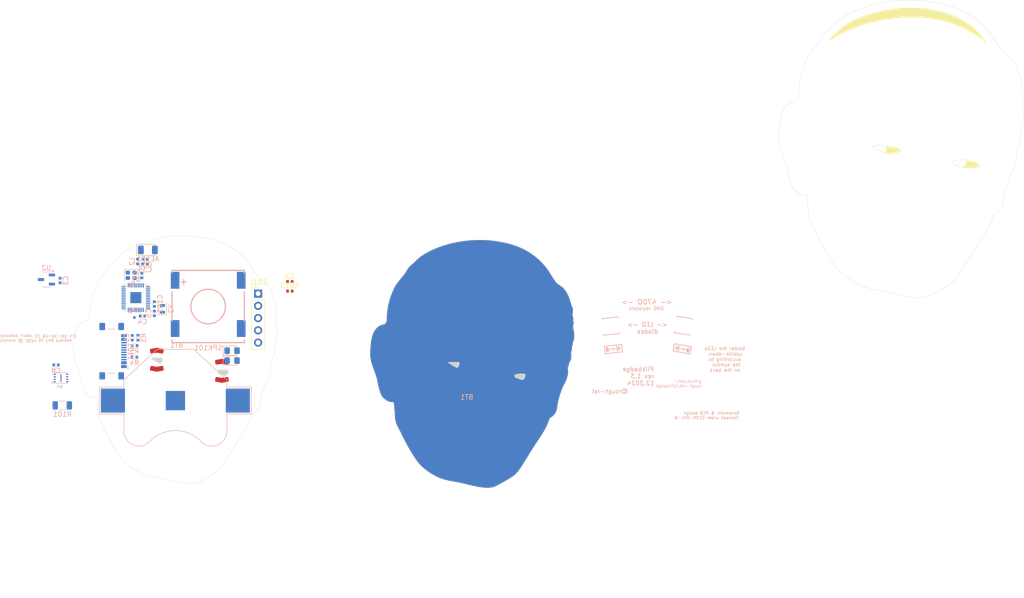
<source format=kicad_pcb>
(kicad_pcb (version 20241229) (generator "pcbnew") (generator_version "9.0")
  (layers (0 "F.Cu" signal) (2 "B.Cu" signal) (13 "F.Paste" user) (15 "B.Paste" user) (5 "F.SilkS" user "F.Silkscreen") (7 "B.SilkS" user "B.Silkscreen") (1 "F.Mask" user) (3 "B.Mask" user) (25 "Edge.Cuts" user))
  (net 0 "")
  (net 1 "Net-(D2-A)")
  (net 2 "Net-(D1-A)")
  (net 3 "Net-(U1-VINTA)")
  (net 4 "+BATT")
  (net 5 "GND")
  (net 6 "VCC")
  (net 7 "+5V")
  (net 8 "-BATT")
  (net 9 "/USB_ON")
  (net 10 "Net-(J101-CC1)")
  (net 11 "Net-(J101-CC2)")
  (net 12 "/X32O")
  (net 13 "/X32I")
  (net 14 "Net-(AE101-FEED)")
  (net 15 "/USB_DN")
  (net 16 "/USB_DP")
  (net 17 "/RX")
  (net 18 "/TX")
  (net 19 "/KEY2")
  (net 20 "/FLASH_DI")
  (net 21 "/FLASH_DO")
  (net 22 "VDD")
  (net 23 "/KEY1")
  (net 24 "/TCK")
  (net 25 "/TIO")
  (net 26 "/FLASH_CLK")
  (net 27 "/FLASH_CS")
  (net 33 "Net-(U1-ANT)")
  (net 34 "Net-(U1-PA10)")
  (net 35 "Net-(U1-PA11)")
  (net 63 "Net-(J102-Pin_4)")
  (footprint "Critbit_lib:eyeled" (layer "F.Cu") (at 102.2 107.3 90)
    (property "Reference" "D2" (hide yes))
    (property "Value" "LED" (hide yes))
    (pad "1" smd roundrect (at -2 -0.55 170) (size 1.7 1) (layers "F.Cu" "F.Mask" "F.Paste") (net 8 "-BATT"))
    (pad "1" smd roundrect (at -2 0.55 190) (size 1.7 1) (layers "F.Cu" "F.Mask" "F.Paste") (net 8 "-BATT"))
    (pad "2" smd roundrect (at 1.75 -0.55 10) (size 1.7 1) (layers "F.Cu" "F.Mask" "F.Paste") (net 1 "Net-(D2-A)"))
    (pad "2" smd roundrect (at 1.75 0.55 350) (size 1.7 1) (layers "F.Cu" "F.Mask" "F.Paste") (net 1 "Net-(D2-A)"))
  )
  (footprint "Capacitor_SMD:C_0402_1005Metric" (layer "F.Cu") (at 129.78 91.23)
    (property "Reference" "C2" (at 0 -1.16 0) (layer "F.SilkS"))
    (property "Value" "2.2uF")
    (pad "1" smd roundrect (at -0.48 0) (size 0.56 0.62) (layers "F.Cu" "F.Mask" "F.Paste") (net 22 "VDD"))
    (pad "2" smd roundrect (at 0.48 0) (size 0.56 0.62) (layers "F.Cu" "F.Mask" "F.Paste") (net 5 "GND"))
  )
  (footprint "Connector_PinHeader_2.54mm:PinHeader_1x05_P2.54mm_Vertical" (layer "F.Cu") (at 123.2 93.71)
    (property "Reference" "J102" (at 0 -2.38 0) (layer "F.SilkS"))
    (property "Value" "Conn_01x05")
    (pad "1" thru_hole rect (at 0 0) (size 1.7 1.7) (drill 1) (layers "*.Cu" "*.Mask") (net 24 "/TCK"))
    (pad "2" thru_hole circle (at 0 2.54) (size 1.7 1.7) (drill 1) (layers "*.Cu" "*.Mask") (net 25 "/TIO"))
    (pad "3" thru_hole circle (at 0 5.08) (size 1.7 1.7) (drill 1) (layers "*.Cu" "*.Mask") (net 5 "GND"))
    (pad "4" thru_hole circle (at 0 7.62) (size 1.7 1.7) (drill 1) (layers "*.Cu" "*.Mask") (net 63 "Net-(J102-Pin_4)"))
    (pad "5" thru_hole circle (at 0 10.16) (size 1.7 1.7) (drill 1) (layers "*.Cu" "*.Mask") (net 18 "/TX"))
  )
  (footprint "Critbit_lib:eyeled" (layer "F.Cu") (at 115.7 109.85 -90)
    (property "Reference" "D1" (hide yes))
    (property "Value" "LED" (hide yes))
    (pad "1" smd roundrect (at -2 -0.55 350) (size 1.7 1) (layers "F.Cu" "F.Mask" "F.Paste") (net 8 "-BATT"))
    (pad "1" smd roundrect (at -2 0.55 10) (size 1.7 1) (layers "F.Cu" "F.Mask" "F.Paste") (net 8 "-BATT"))
    (pad "2" smd roundrect (at 1.75 -0.55 190) (size 1.7 1) (layers "F.Cu" "F.Mask" "F.Paste") (net 2 "Net-(D1-A)"))
    (pad "2" smd roundrect (at 1.75 0.55 170) (size 1.7 1) (layers "F.Cu" "F.Mask" "F.Paste") (net 2 "Net-(D1-A)"))
  )
  (footprint "Capacitor_SMD:C_0402_1005Metric" (layer "F.Cu") (at 129.78 93.2)
    (property "Reference" "C102" (at 0 -1.16 0) (layer "F.SilkS"))
    (property "Value" "2.2uF")
    (pad "1" smd roundrect (at -0.48 0) (size 0.56 0.62) (layers "F.Cu" "F.Mask" "F.Paste") (net 22 "VDD"))
    (pad "2" smd roundrect (at 0.48 0) (size 0.56 0.62) (layers "F.Cu" "F.Mask" "F.Paste") (net 5 "GND"))
  )
  (footprint "Resistor_SMD:R_1206_3216Metric" (layer "B.Cu") (at 82.6 116.9)
    (property "Reference" "R101" (at 0 1.83 180) (layer "B.SilkS") (effects (justify mirror)))
    (property "Value" "50m/1206")
    (pad "1" smd roundrect (at -1.4625 0) (size 1.125 1.75) (layers "B.Cu" "B.Mask" "B.Paste") (roundrect_rratio 0.222222) (net 22 "VDD"))
    (pad "2" smd roundrect (at 1.4625 0) (size 1.125 1.75) (layers "B.Cu" "B.Mask" "B.Paste") (roundrect_rratio 0.222222) (net 63 "Net-(J102-Pin_4)"))
  )
  (footprint "BadgeMagic:TestPoint_Pad_D0.6mm" (layer "B.Cu") (at 97.54 98.675 180)
    (property "Reference" "TP2" (at 0 1.448 0) (layer "B.SilkS") (effects (justify mirror)))
    (property "Value" "RX")
    (pad "1" smd circle (at 0 0 180) (size 0.6 0.6) (layers "B.Cu" "B.Mask") (net 17 "/RX"))
  )
  (footprint "Capacitor_SMD:C_0402_1005Metric" (layer "B.Cu") (at 81.3 108.50375)
    (property "Reference" "C8" (at 0 1.16 180) (layer "B.SilkS") (effects (justify mirror)))
    (property "Value" "2.2uF")
    (pad "1" smd roundrect (at -0.48 0) (size 0.56 0.62) (layers "B.Cu" "B.Mask" "B.Paste") (net 6 "VCC"))
    (pad "2" smd roundrect (at 0.48 0) (size 0.56 0.62) (layers "B.Cu" "B.Mask" "B.Paste") (net 5 "GND"))
  )
  (footprint "Crystal:Crystal_SMD_2016-4Pin_2.0x1.6mm" (layer "B.Cu") (at 96.89 89.925)
    (property "Reference" "Y1" (at 0 2 0) (layer "B.SilkS") (effects (justify mirror)))
    (property "Value" "32 MHz")
    (pad "1" smd roundrect (at -0.7 -0.55) (size 0.9 0.8) (layers "B.Cu" "B.Mask" "B.Paste") (net 13 "/X32I"))
    (pad "2" smd roundrect (at 0.7 -0.55) (size 0.9 0.8) (layers "B.Cu" "B.Mask" "B.Paste") (net 5 "GND"))
    (pad "3" smd roundrect (at 0.7 0.55) (size 0.9 0.8) (layers "B.Cu" "B.Mask" "B.Paste") (net 12 "/X32O"))
    (pad "4" smd roundrect (at -0.7 0.55) (size 0.9 0.8) (layers "B.Cu" "B.Mask" "B.Paste") (net 5 "GND"))
  )
  (footprint "BadgeMagic:USB_C_Receptacle_GCT_USB4110" (layer "B.Cu") (at 91.7 105.65 90)
    (property "Reference" "J101" (at 0 5.015 270) (layer "B.SilkS") (effects (justify mirror)))
    (property "Value" "USB_C_Receptacle_USB2.0_16P")
    (pad "" np_thru_hole circle (at -2.89 2.605 90) (size 0.65 0.65) (drill 0.65) (layers "*.Cu" "*.Mask"))
    (pad "" np_thru_hole circle (at 2.89 2.605 90) (size 0.65 0.65) (drill 0.65) (layers "*.Cu" "*.Mask"))
    (pad "A1" smd roundrect (at -3.200002 3.68 90) (size 0.6 1.15) (layers "B.Cu" "B.Mask" "B.Paste") (net 5 "GND"))
    (pad "A4" smd roundrect (at -2.4 3.68 90) (size 0.6 1.15) (layers "B.Cu" "B.Mask" "B.Paste") (net 7 "+5V"))
    (pad "A5" smd roundrect (at -1.25 3.68 90) (size 0.3 1.15) (layers "B.Cu" "B.Mask" "B.Paste") (net 10 "Net-(J101-CC1)"))
    (pad "A6" smd roundrect (at -0.25 3.68 90) (size 0.3 1.15) (layers "B.Cu" "B.Mask" "B.Paste") (net 16 "/USB_DP"))
    (pad "A7" smd roundrect (at 0.25 3.679999 90) (size 0.3 1.15) (layers "B.Cu" "B.Mask" "B.Paste") (net 15 "/USB_DN"))
    (pad "A8" smd roundrect (at 1.25 3.68 90) (size 0.3 1.15) (layers "B.Cu" "B.Mask" "B.Paste") (net 18 "/TX"))
    (pad "A9" smd roundrect (at 2.4 3.68 90) (size 0.6 1.15) (layers "B.Cu" "B.Mask" "B.Paste") (net 7 "+5V"))
    (pad "A12" smd roundrect (at 3.2 3.68 90) (size 0.6 1.15) (layers "B.Cu" "B.Mask" "B.Paste") (net 5 "GND"))
    (pad "B1" smd roundrect (at 3.2 3.68 90) (size 0.6 1.15) (layers "B.Cu" "B.Mask" "B.Paste") (net 5 "GND"))
    (pad "B4" smd roundrect (at 2.4 3.68 90) (size 0.6 1.15) (layers "B.Cu" "B.Mask" "B.Paste") (net 7 "+5V"))
    (pad "B5" smd roundrect (at 1.75 3.68 90) (size 0.3 1.15) (layers "B.Cu" "B.Mask" "B.Paste") (net 11 "Net-(J101-CC2)"))
    (pad "B6" smd roundrect (at 0.75 3.68 90) (size 0.3 1.15) (layers "B.Cu" "B.Mask" "B.Paste") (net 16 "/USB_DP"))
    (pad "B7" smd roundrect (at -0.750002 3.68 90) (size 0.3 1.15) (layers "B.Cu" "B.Mask" "B.Paste") (net 15 "/USB_DN"))
    (pad "B8" smd roundrect (at -1.75 3.68 90) (size 0.3 1.15) (layers "B.Cu" "B.Mask" "B.Paste") (net 17 "/RX"))
    (pad "B9" smd roundrect (at -2.4 3.68 90) (size 0.6 1.15) (layers "B.Cu" "B.Mask" "B.Paste") (net 7 "+5V"))
    (pad "B12" smd roundrect (at -3.200002 3.68 90) (size 0.6 1.15) (layers "B.Cu" "B.Mask" "B.Paste") (net 5 "GND"))
    (pad "S1" smd roundrect (at -5.11 -0.825 90) (size 1.5 1.2) (layers "B.Cu" "B.Mask" "B.Paste") (roundrect_rratio 0.125) (net 5 "GND"))
    (pad "S1" smd roundrect (at -5.11 3.105 90) (size 1.5 1.2) (layers "B.Cu" "B.Mask" "B.Paste") (roundrect_rratio 0.125) (net 5 "GND"))
    (pad "S1" smd roundrect (at 5.11 -0.825 90) (size 1.5 1.2) (layers "B.Cu" "B.Mask" "B.Paste") (roundrect_rratio 0.125) (net 5 "GND"))
    (pad "S1" smd roundrect (at 5.11 3.105 90) (size 1.5 1.2) (layers "B.Cu" "B.Mask" "B.Paste") (roundrect_rratio 0.125) (net 5 "GND"))
  )
  (footprint "Resistor_SMD:R_0402_1005Metric" (layer "B.Cu") (at 97.55 106.9)
    (property "Reference" "R4" (at 0 1.17 0) (layer "B.SilkS") (effects (justify mirror)))
    (property "Value" "5.1k")
    (pad "1" smd roundrect (at -0.51 0) (size 0.54 0.64) (layers "B.Cu" "B.Mask" "B.Paste") (net 10 "Net-(J101-CC1)"))
    (pad "2" smd roundrect (at 0.51 0) (size 0.54 0.64) (layers "B.Cu" "B.Mask" "B.Paste") (net 5 "GND"))
  )
  (footprint "Capacitor_SMD:C_0402_1005Metric" (layer "B.Cu") (at 97.1 102.88 -90)
    (property "Reference" "C6" (at 0 1.16 90) (layer "B.SilkS") (effects (justify mirror)))
    (property "Value" "2.2uF")
    (pad "1" smd roundrect (at -0.48 0 270) (size 0.56 0.62) (layers "B.Cu" "B.Mask" "B.Paste") (net 5 "GND"))
    (pad "2" smd roundrect (at 0.48 0 270) (size 0.56 0.62) (layers "B.Cu" "B.Mask" "B.Paste") (net 7 "+5V"))
  )
  (footprint "Capacitor_SMD:C_0402_1005Metric" (layer "B.Cu") (at 101.69 97.825 -90)
    (property "Reference" "C5" (at 0 1.16 90) (layer "B.SilkS") (effects (justify mirror)))
    (property "Value" "12p")
    (pad "1" smd roundrect (at -0.48 0 270) (size 0.56 0.62) (layers "B.Cu" "B.Mask" "B.Paste") (net 34 "Net-(U1-PA10)"))
    (pad "2" smd roundrect (at 0.48 0 270) (size 0.56 0.62) (layers "B.Cu" "B.Mask" "B.Paste") (net 5 "GND"))
  )
  (footprint "Capacitor_SMD:C_0402_1005Metric" (layer "B.Cu") (at 82.15 91 90)
    (property "Reference" "C3" (at 0 1.16 90) (layer "B.SilkS") (effects (justify mirror)))
    (property "Value" "2.2uF")
    (pad "1" smd roundrect (at -0.48 0 90) (size 0.56 0.62) (layers "B.Cu" "B.Mask" "B.Paste") (net 6 "VCC"))
    (pad "2" smd roundrect (at 0.48 0 90) (size 0.56 0.62) (layers "B.Cu" "B.Mask" "B.Paste") (net 5 "GND"))
  )
  (footprint "LED_SMD:LED_0805_2012Metric_Pad1.15x1.40mm_HandSolder" (layer "B.Cu") (at 117.8 105.55)
    (property "Reference" "R2" (hide yes))
    (property "Value" "470")
    (pad "1" smd roundrect (at -1.025 0) (size 1.15 1.4) (layers "B.Cu" "B.Mask" "B.Paste") (roundrect_rratio 0.2173913043))
    (pad "2" smd roundrect (at 1.025 0) (size 1.15 1.4) (layers "B.Cu" "B.Mask" "B.Paste") (roundrect_rratio 0.2173913043) (net 1 "Net-(D2-A)"))
  )
  (footprint "BadgeMagic:CH582-QFN-48-1EP_5x5mm_P0.35mm_EP3.7x3.7mm" (layer "B.Cu") (at 97.85 94.55 180)
    (property "Reference" "U1" (at 0 3.8 0) (layer "B.SilkS") (effects (justify mirror)))
    (property "Value" "CH582M")
    (pad "1" smd roundrect (at -1.575 -2.54 180) (size 0.2 0.9) (layers "B.Cu" "B.Mask" "B.Paste") (net 22 "VDD"))
    (pad "2" smd roundrect (at -1.225 -2.54 180) (size 0.2 0.9) (layers "B.Cu" "B.Mask" "B.Paste") (net 22 "VDD"))
    (pad "3" smd roundrect (at -0.875 -2.54 180) (size 0.2 0.9) (layers "B.Cu" "B.Mask" "B.Paste") (net 6 "VCC"))
    (pad "4" smd roundrect (at -0.525 -2.54 180) (size 0.2 0.9) (layers "B.Cu" "B.Mask" "B.Paste"))
    (pad "5" smd roundrect (at -0.175 -2.54 180) (size 0.2 0.9) (layers "B.Cu" "B.Mask" "B.Paste") (net 17 "/RX"))
    (pad "6" smd roundrect (at 0.175 -2.54 180) (size 0.2 0.9) (layers "B.Cu" "B.Mask" "B.Paste") (net 18 "/TX"))
    (pad "7" smd roundrect (at 0.525 -2.54 180) (size 0.2 0.9) (layers "B.Cu" "B.Mask" "B.Paste"))
    (pad "8" smd roundrect (at 0.875 -2.54 180) (size 0.2 0.9) (layers "B.Cu" "B.Mask" "B.Paste"))
    (pad "9" smd roundrect (at 1.225 -2.54 180) (size 0.2 0.9) (layers "B.Cu" "B.Mask" "B.Paste"))
    (pad "10" smd roundrect (at 1.575 -2.54 180) (size 0.2 0.9) (layers "B.Cu" "B.Mask" "B.Paste"))
    (pad "11" smd roundrect (at 2.54 -2.275 180) (size 0.9 0.2) (layers "B.Cu" "B.Mask" "B.Paste") (net 24 "/TCK"))
    (pad "12" smd roundrect (at 2.54 -1.925 180) (size 0.9 0.2) (layers "B.Cu" "B.Mask" "B.Paste") (net 25 "/TIO"))
    (pad "13" smd roundrect (at 2.54 -1.575 180) (size 0.9 0.2) (layers "B.Cu" "B.Mask" "B.Paste"))
    (pad "14" smd roundrect (at 2.54 -1.225 180) (size 0.9 0.2) (layers "B.Cu" "B.Mask" "B.Paste"))
    (pad "15" smd roundrect (at 2.54 -0.875 180) (size 0.9 0.2) (layers "B.Cu" "B.Mask" "B.Paste") (net 16 "/USB_DP"))
    (pad "16" smd roundrect (at 2.54 -0.525 180) (size 0.9 0.2) (layers "B.Cu" "B.Mask" "B.Paste") (net 15 "/USB_DN"))
    (pad "17" smd roundrect (at 2.54 -0.175 180) (size 0.9 0.2) (layers "B.Cu" "B.Mask" "B.Paste"))
    (pad "18" smd roundrect (at 2.54 0.175 180) (size 0.9 0.2) (layers "B.Cu" "B.Mask" "B.Paste"))
    (pad "19" smd roundrect (at 2.54 0.525 180) (size 0.9 0.2) (layers "B.Cu" "B.Mask" "B.Paste"))
    (pad "20" smd roundrect (at 2.54 0.875 180) (size 0.9 0.2) (layers "B.Cu" "B.Mask" "B.Paste"))
    (pad "21" smd roundrect (at 2.54 1.225 180) (size 0.9 0.2) (layers "B.Cu" "B.Mask" "B.Paste"))
    (pad "22" smd roundrect (at 2.54 1.575 180) (size 0.9 0.2) (layers "B.Cu" "B.Mask" "B.Paste"))
    (pad "23" smd roundrect (at 2.54 1.925 180) (size 0.9 0.2) (layers "B.Cu" "B.Mask" "B.Paste"))
    (pad "24" smd roundrect (at 2.54 2.275 180) (size 0.9 0.2) (layers "B.Cu" "B.Mask" "B.Paste"))
    (pad "25" smd roundrect (at 1.575 2.54 180) (size 0.2 0.9) (layers "B.Cu" "B.Mask" "B.Paste") (net 27 "/FLASH_CS"))
    (pad "26" smd roundrect (at 1.225 2.54 180) (size 0.2 0.9) (layers "B.Cu" "B.Mask" "B.Paste") (net 19 "/KEY2"))
    (pad "27" smd roundrect (at 0.875 2.54 180) (size 0.2 0.9) (layers "B.Cu" "B.Mask" "B.Paste"))
    (pad "28" smd roundrect (at 0.525 2.54 180) (size 0.2 0.9) (layers "B.Cu" "B.Mask" "B.Paste"))
    (pad "29" smd roundrect (at 0.175 2.54 180) (size 0.2 0.9) (layers "B.Cu" "B.Mask" "B.Paste"))
    (pad "30" smd roundrect (at -0.175 2.54 180) (size 0.2 0.9) (layers "B.Cu" "B.Mask" "B.Paste"))
    (pad "31" smd roundrect (at -0.525 2.54 180) (size 0.2 0.9) (layers "B.Cu" "B.Mask" "B.Paste") (net 13 "/X32I"))
    (pad "32" smd roundrect (at -0.875 2.54 180) (size 0.2 0.9) (layers "B.Cu" "B.Mask" "B.Paste") (net 12 "/X32O"))
    (pad "33" smd roundrect (at -1.225 2.54 180) (size 0.2 0.9) (layers "B.Cu" "B.Mask" "B.Paste") (net 3 "Net-(U1-VINTA)"))
    (pad "34" smd roundrect (at -1.575 2.54 180) (size 0.2 0.9) (layers "B.Cu" "B.Mask" "B.Paste") (net 33 "Net-(U1-ANT)"))
    (pad "35" smd roundrect (at -2.54 2.275 180) (size 0.9 0.2) (layers "B.Cu" "B.Mask" "B.Paste") (net 22 "VDD"))
    (pad "36" smd roundrect (at -2.54 1.925 180) (size 0.9 0.2) (layers "B.Cu" "B.Mask" "B.Paste"))
    (pad "37" smd roundrect (at -2.54 1.575 180) (size 0.9 0.2) (layers "B.Cu" "B.Mask" "B.Paste"))
    (pad "38" smd roundrect (at -2.54 1.225 180) (size 0.9 0.2) (layers "B.Cu" "B.Mask" "B.Paste") (net 26 "/FLASH_CLK"))
    (pad "39" smd roundrect (at -2.54 0.875 180) (size 0.9 0.2) (layers "B.Cu" "B.Mask" "B.Paste"))
    (pad "40" smd roundrect (at -2.54 0.525 180) (size 0.9 0.2) (layers "B.Cu" "B.Mask" "B.Paste") (net 23 "/KEY1"))
    (pad "41" smd roundrect (at -2.54 0.175 180) (size 0.9 0.2) (layers "B.Cu" "B.Mask" "B.Paste") (net 9 "/USB_ON"))
    (pad "42" smd roundrect (at -2.54 -0.175 180) (size 0.9 0.2) (layers "B.Cu" "B.Mask" "B.Paste") (net 20 "/FLASH_DI"))
    (pad "43" smd roundrect (at -2.54 -0.525 180) (size 0.9 0.2) (layers "B.Cu" "B.Mask" "B.Paste"))
    (pad "44" smd roundrect (at -2.54 -0.875 180) (size 0.9 0.2) (layers "B.Cu" "B.Mask" "B.Paste") (net 21 "/FLASH_DO"))
    (pad "45" smd roundrect (at -2.54 -1.225 180) (size 0.9 0.2) (layers "B.Cu" "B.Mask" "B.Paste"))
    (pad "46" smd roundrect (at -2.54 -1.575 180) (size 0.9 0.2) (layers "B.Cu" "B.Mask" "B.Paste"))
    (pad "47" smd roundrect (at -2.54 -1.925 180) (size 0.9 0.2) (layers "B.Cu" "B.Mask" "B.Paste") (net 35 "Net-(U1-PA11)"))
    (pad "48" smd roundrect (at -2.54 -2.275 180) (size 0.9 0.2) (layers "B.Cu" "B.Mask" "B.Paste") (net 34 "Net-(U1-PA10)"))
    (pad "49" smd rect (at 0 0 180) (size 2.3 2.3) (property pad_prop_heatsink) (layers "B.Cu" "B.Mask") (net 5 "GND"))
  )
  (footprint "Resistor_SMD:R_0402_1005Metric" (layer "B.Cu") (at 97.6 104.5)
    (property "Reference" "R5" (at 0 1.17 0) (layer "B.SilkS") (effects (justify mirror)))
    (property "Value" "5.1k")
    (pad "1" smd roundrect (at -0.51 0) (size 0.54 0.64) (layers "B.Cu" "B.Mask" "B.Paste") (net 11 "Net-(J101-CC2)"))
    (pad "2" smd roundrect (at 0.51 0) (size 0.54 0.64) (layers "B.Cu" "B.Mask" "B.Paste") (net 5 "GND"))
  )
  (footprint "Capacitor_SMD:C_0402_1005Metric" (layer "B.Cu") (at 99.77 87.6)
    (property "Reference" "C35" (at 0 1.16 0) (layer "B.SilkS") (effects (justify mirror)))
    (property "Value" "3.3p")
    (pad "1" smd roundrect (at -0.48 0) (size 0.56 0.62) (layers "B.Cu" "B.Mask" "B.Paste") (net 33 "Net-(U1-ANT)"))
    (pad "2" smd roundrect (at 0.48 0) (size 0.56 0.62) (layers "B.Cu" "B.Mask" "B.Paste") (net 5 "GND"))
  )
  (footprint "BadgeMagic:USON-8_2x3" (layer "B.Cu") (at 82.325 111.21375)
    (property "Reference" "U5" (at -0.254 1.768 180) (layer "B.SilkS") (effects (font (size 0.6 0.6) (thickness 0.1)) (justify mirror)))
    (property "Value" "NOR Flash")
    (pad "1" smd roundrect (at -1.2875 0.75) (size 0.45 0.25) (layers "B.Cu" "B.Mask" "B.Paste") (net 27 "/FLASH_CS"))
    (pad "2" smd roundrect (at -1.2875 0.25) (size 0.45 0.25) (layers "B.Cu" "B.Mask" "B.Paste") (net 21 "/FLASH_DO"))
    (pad "3" smd roundrect (at -1.2875 -0.25) (size 0.45 0.25) (layers "B.Cu" "B.Mask" "B.Paste"))
    (pad "4" smd roundrect (at -1.2875 -0.75) (size 0.45 0.25) (layers "B.Cu" "B.Mask" "B.Paste") (net 5 "GND"))
    (pad "5" smd roundrect (at 1.2875 -0.75) (size 0.45 0.25) (layers "B.Cu" "B.Mask" "B.Paste") (net 20 "/FLASH_DI"))
    (pad "6" smd roundrect (at 1.2875 -0.25) (size 0.45 0.25) (layers "B.Cu" "B.Mask" "B.Paste") (net 26 "/FLASH_CLK"))
    (pad "7" smd roundrect (at 1.2875 0.25) (size 0.45 0.25) (layers "B.Cu" "B.Mask" "B.Paste"))
    (pad "8" smd roundrect (at 1.2875 0.75) (size 0.45 0.25) (layers "B.Cu" "B.Mask" "B.Paste") (net 6 "VCC"))
    (pad "9" smd rect (at 0 0) (size 0.2 1.6) (property pad_prop_heatsink) (layers "B.Cu" "B.Mask" "B.Paste") (net 5 "GND"))
  )
  (footprint "Crystal:Crystal_SMD_2012-2Pin_2.0x1.2mm" (layer "B.Cu") (at 103.34 96.875 90)
    (property "Reference" "Y2" (at 0 1.8 90) (layer "B.SilkS") (effects (justify mirror)))
    (property "Value" "XO-32K")
    (pad "1" smd roundrect (at -0.7 0 90) (size 0.6 1.1) (layers "B.Cu" "B.Mask" "B.Paste") (net 34 "Net-(U1-PA10)"))
    (pad "2" smd roundrect (at 0.7 0 90) (size 0.6 1.1) (layers "B.Cu" "B.Mask" "B.Paste") (net 35 "Net-(U1-PA11)"))
  )
  (footprint "easyeda2kicad:BUZ-SMD_5P-L15.0-W15.0-P13.7-BL" (layer "B.Cu") (at 112.85 95.95)
    (property "Reference" "SPK101" (at 0 9 0) (layer "B.SilkS") (effects (justify mirror)))
    (property "Value" "FS-1540")
    (pad "1" smd rect (at -6.85 -4.999999) (size 1.8 3.5) (layers "B.Cu" "B.Mask" "B.Paste"))
    (pad "2" smd rect (at 6.85 -4.999999) (size 1.8 3.5) (layers "B.Cu" "B.Mask" "B.Paste"))
    (pad "3" smd rect (at 6.85 4.999999) (size 1.8 3.5) (layers "B.Cu" "B.Mask" "B.Paste"))
    (pad "4" smd rect (at -6.85 4.999999) (size 1.8 3.5) (layers "B.Cu" "B.Mask" "B.Paste"))
  )
  (footprint "Capacitor_SMD:C_0402_1005Metric" (layer "B.Cu") (at 99.09 89.975 -90)
    (property "Reference" "C1" (at 0 1.16 90) (layer "B.SilkS") (effects (justify mirror)))
    (property "Value" "2.2uF")
    (pad "1" smd roundrect (at -0.48 0 270) (size 0.56 0.62) (layers "B.Cu" "B.Mask" "B.Paste") (net 5 "GND"))
    (pad "2" smd roundrect (at 0.48 0 270) (size 0.56 0.62) (layers "B.Cu" "B.Mask" "B.Paste") (net 3 "Net-(U1-VINTA)"))
  )
  (footprint "Resistor_SMD:R_0402_1005Metric" (layer "B.Cu") (at 98.3 102.85 90)
    (property "Reference" "R3" (at 0 1.17 90) (layer "B.SilkS") (effects (justify mirror)))
    (property "Value" "30K")
    (pad "1" smd roundrect (at -0.51 0 90) (size 0.54 0.64) (layers "B.Cu" "B.Mask" "B.Paste") (net 7 "+5V"))
    (pad "2" smd roundrect (at 0.51 0 90) (size 0.54 0.64) (layers "B.Cu" "B.Mask" "B.Paste") (net 9 "/USB_ON"))
  )
  (footprint "Capacitor_SMD:C_0402_1005Metric" (layer "B.Cu") (at 99.77 86.6)
    (property "Reference" "C34" (at 0 1.16 0) (layer "B.SilkS") (effects (justify mirror)))
    (property "Value" "3.3p")
    (pad "1" smd roundrect (at -0.48 0) (size 0.56 0.62) (layers "B.Cu" "B.Mask" "B.Paste") (net 14 "Net-(AE101-FEED)"))
    (pad "2" smd roundrect (at 0.48 0) (size 0.56 0.62) (layers "B.Cu" "B.Mask" "B.Paste") (net 5 "GND"))
  )
  (footprint "RF_Antenna:Johanson_2450AT18x100" (layer "B.Cu") (at 100.35 84.65)
    (property "Reference" "AE101" (at 0 1.85 180) (layer "B.SilkS") (effects (justify mirror)))
    (property "Value" "Antenna_Chip")
    (pad "1" smd roundrect (at -1.45 0) (size 1.2 1.8) (layers "B.Cu" "B.Mask" "B.Paste") (roundrect_rratio 0.208333) (net 14 "Net-(AE101-FEED)"))
    (pad "2" smd roundrect (at 1.45 0) (size 1.2 1.8) (layers "B.Cu" "B.Mask" "B.Paste") (roundrect_rratio 0.208333))
  )
  (footprint "Inductor_SMD:L_0402_1005Metric" (layer "B.Cu") (at 98.25 87.05 -90)
    (property "Reference" "L2" (at 0 1.17 90) (layer "B.SilkS") (effects (justify mirror)))
    (property "Value" "2nH/500mA")
    (pad "1" smd roundrect (at -0.485 0 270) (size 0.59 0.64) (layers "B.Cu" "B.Mask" "B.Paste") (net 14 "Net-(AE101-FEED)"))
    (pad "2" smd roundrect (at 0.485 0 270) (size 0.59 0.64) (layers "B.Cu" "B.Mask" "B.Paste") (net 33 "Net-(U1-ANT)"))
  )
  (footprint "Battery:BatteryHolder_Multicomp_BC-2001_1x2032" (layer "B.Cu") (at 106.05 115.9)
    (property "Reference" "BT1" (at 60.428951 -0.729538 0) (layer "B.SilkS") (effects (justify mirror)))
    (property "Value" "Battery_Cell")
    (pad "1" smd rect (at -12.95 0) (size 5 5) (layers "B.Cu" "B.Mask" "B.Paste") (net 4 "+BATT"))
    (pad "1" smd rect (at 12.95 0) (size 5 5) (layers "B.Cu" "B.Mask" "B.Paste") (net 4 "+BATT"))
    (pad "2" smd rect (at 0 0) (size 4 4) (layers "B.Cu" "B.Mask" "B.Paste") (net 5 "GND"))
  )
  (footprint "LED_SMD:LED_0805_2012Metric_Pad1.15x1.40mm_HandSolder" (layer "B.Cu") (at 117.8 107.6)
    (property "Reference" "R1" (hide yes))
    (property "Value" "470")
    (pad "1" smd roundrect (at -1.025 0) (size 1.15 1.4) (layers "B.Cu" "B.Mask" "B.Paste") (roundrect_rratio 0.2173913043))
    (pad "2" smd roundrect (at 1.025 0) (size 1.15 1.4) (layers "B.Cu" "B.Mask" "B.Paste") (roundrect_rratio 0.2173913043) (net 2 "Net-(D1-A)"))
  )
  (footprint "Package_TO_SOT_SMD:SOT-23-3" (layer "B.Cu") (at 79.3125 90.8 180)
    (property "Reference" "U2" (at 0 2.4 0) (layer "B.SilkS") (effects (justify mirror)))
    (property "Value" "XC6206P362MR")
    (pad "1" smd roundrect (at -1.1375 0.95 180) (size 1.325 0.6) (layers "B.Cu" "B.Mask" "B.Paste") (net 5 "GND"))
    (pad "2" smd roundrect (at -1.1375 -0.95 180) (size 1.325 0.6) (layers "B.Cu" "B.Mask" "B.Paste") (net 6 "VCC"))
    (pad "3" smd roundrect (at 1.1375 0 180) (size 1.325 0.6) (layers "B.Cu" "B.Mask" "B.Paste") (net 7 "+5V"))
  )
  (footprint "Capacitor_SMD:C_0402_1005Metric" (layer "B.Cu") (at 99.24 98.375)
    (property "Reference" "C4" (at 0 1.16 0) (layer "B.SilkS") (effects (justify mirror)))
    (property "Value" "2.2uF")
    (pad "1" smd roundrect (at -0.48 0) (size 0.56 0.62) (layers "B.Cu" "B.Mask" "B.Paste") (net 6 "VCC"))
    (pad "2" smd roundrect (at 0.48 0) (size 0.56 0.62) (layers "B.Cu" "B.Mask" "B.Paste") (net 5 "GND"))
  )
  (footprint "Capacitor_SMD:C_0402_1005Metric" (layer "B.Cu") (at 101.69 95.875 90)
    (property "Reference" "C101" (at 0 1.16 90) (layer "B.SilkS") (effects (justify mirror)))
    (property "Value" "12p")
    (pad "1" smd roundrect (at -0.48 0 90) (size 0.56 0.62) (layers "B.Cu" "B.Mask" "B.Paste") (net 35 "Net-(U1-PA11)"))
    (pad "2" smd roundrect (at 0.48 0 90) (size 0.56 0.62) (layers "B.Cu" "B.Mask" "B.Paste") (net 5 "GND"))
  )
  (gr_poly (pts (xy 274.354708 41.972632) (xy 274.354705 41.97263) (xy 274.354703 41.972627)) (fill yes) (layer "F.SilkS"))
  (gr_poly (pts (xy 253.984883 63.150144) (xy 254.379784 63.214454) (xy 254.75725 63.284486) (xy 255.109514 63.359052) (xy 255.428811 63.436965) (xy 255.573671 63.476806) (xy 255.707376 63.517038) (xy 255.828958 63.557512) (xy 255.937444 63.598082) (xy 256.031864 63.638598) (xy 256.111248 63.678912) (xy 256.110681 63.678908) (xy 256.160366 63.708669) (xy 256.228026 63.752631) (xy 256.266062 63.778637) (xy 256.305549 63.806633) (xy 256.345473 63.836099) (xy 256.384821 63.866516) (xy 256.422578 63.897362) (xy 256.45773 63.928118) (xy 256.489263 63.958263) (xy 256.516162 63.987279) (xy 256.527558 64.0012) (xy 256.537415 64.014644) (xy 256.545607 64.027545) (xy 256.552007 64.039839) (xy 256.556488 64.05146) (xy 256.558923 64.062343) (xy 256.559186 64.072424) (xy 256.55715 64.081637) (xy 256.554469 64.086187) (xy 256.549331 64.092153) (xy 256.532273 64.107929) (xy 256.507161 64.128166) (xy 256.47518 64.152064) (xy 256.395352 64.207648) (xy 256.302272 64.26829) (xy 256.205422 64.327594) (xy 256.114283 64.37917) (xy 256.073819 64.400062) (xy 256.038338 64.416624) (xy 256.009027 64.428057) (xy 255.987069 64.433562) (xy 255.740117 64.471786) (xy 255.462562 64.523775) (xy 254.856114 64.642192) (xy 254.547454 64.695193) (xy 254.396192 64.717204) (xy 254.24866 64.735104) (xy 254.106124 64.748052) (xy 253.969848 64.755211) (xy 253.841098 64.755739) (xy 253.721136 64.7488) (xy 253.652133 64.740435) (xy 253.578788 64.728234) (xy 253.501573 64.712487) (xy 253.420961 64.693486) (xy 253.337426 64.671521) (xy 253.251441 64.646884) (xy 253.163477 64.619866) (xy 253.074009 64.590758) (xy 253.13536 64.53604) (xy 253.193703 64.478429) (xy 253.248906 64.418043) (xy 253.300839 64.355) (xy 253.34937 64.289417) (xy 253.394368 64.221412) (xy 253.435703 64.151101) (xy 253.473244 64.078602) (xy 253.506858 64.004033) (xy 253.536416 63.927511) (xy 253.561786 63.849154) (xy 253.582837 63.769079) (xy 253.599438 63.687402) (xy 253.611459 63.604243) (xy 253.618767 63.519718) (xy 253.621232 63.433944) (xy 253.620539 63.39009) (xy 253.618489 63.34658) (xy 253.615131 63.303414) (xy 253.610508 63.260592) (xy 253.604669 63.218113) (xy 253.597659 63.175979) (xy 253.589524 63.134188) (xy 253.580311 63.092742)) (fill yes) (layer "F.SilkS"))
  (gr_poly (pts (xy 259.30037 34.461328) (xy 260.479416 34.523304) (xy 261.659614 34.636909) (xy 262.83503 34.804854) (xy 263.999729 35.029849) (xy 265.147775 35.314606) (xy 266.273235 35.661834) (xy 267.370173 36.074245) (xy 268.432655 36.55455) (xy 269.454745 37.105458) (xy 270.430509 37.729681) (xy 271.354012 38.429929) (xy 272.219319 39.208914) (xy 272.628294 39.628779) (xy 273.020495 40.069345) (xy 273.395179 40.53095) (xy 273.751605 41.013933) (xy 274.354703 41.972627) (xy 274.180362 41.80391) (xy 274.002556 41.638778) (xy 273.82146 41.477142) (xy 273.637246 41.318907) (xy 273.450086 41.16398) (xy 273.26015 41.012266) (xy 272.872636 40.718099) (xy 272.476074 40.435653) (xy 272.071831 40.164174) (xy 271.661279 39.902908) (xy 271.245785 39.651101) (xy 270.150857 39.043019) (xy 269.039637 38.504535) (xy 267.913216 38.033441) (xy 266.772682 37.627527) (xy 265.619129 37.284585) (xy 264.453645 37.002406) (xy 263.277322 36.778781) (xy 262.091249 36.611501) (xy 260.896519 36.498357) (xy 259.69422 36.437141) (xy 258.485444 36.425643) (xy 257.271282 36.461656) (xy 256.052824 36.542969) (xy 254.83116 36.667375) (xy 253.60738 36.832664) (xy 252.382577 37.036628) (xy 251.793646 37.151328) (xy 251.19011 37.283918) (xy 249.95036 37.599866) (xy 248.6856 37.978678) (xy 247.418104 38.41456) (xy 246.790292 38.652092) (xy 246.170148 38.901718) (xy 245.560458 39.162715) (xy 244.964006 39.434357) (xy 244.383575 39.715921) (xy 243.821951 40.006683) (xy 243.281917 40.305918) (xy 242.766259 40.612902) (xy 242.671883 40.675287) (xy 242.544065 40.76448) (xy 242.236041 40.981621) (xy 242.079806 41.088732) (xy 241.93807 41.180981) (xy 241.876385 41.218277) (xy 241.822819 41.24795) (xy 241.778871 41.268698) (xy 241.746038 41.27922) (xy 241.729421 41.281028) (xy 241.715211 41.279953) (xy 241.703291 41.276169) (xy 241.693543 41.269849) (xy 241.685851 41.261165) (xy 241.680099 41.250291) (xy 241.676169 41.2374) (xy 241.673945 41.222666) (xy 241.673309 41.206261) (xy 241.674145 41.188358) (xy 241.676336 41.169132) (xy 241.679766 41.148754) (xy 241.689872 41.105238) (xy 241.703529 41.059195) (xy 241.719802 41.012012) (xy 241.737756 40.965073) (xy 241.756457 40.919763) (xy 241.77497 40.877468) (xy 241.807692 40.807465) (xy 241.828446 40.766146) (xy 241.856904 40.715121) (xy 241.887085 40.665659) (xy 241.918906 40.617686) (xy 241.952284 40.571128) (xy 241.987136 40.52591) (xy 242.023379 40.481959) (xy 242.099706 40.39756) (xy 242.180603 40.317338) (xy 242.265404 40.240701) (xy 242.353448 40.167054) (xy 242.44407 40.095807) (xy 242.630396 39.958136) (xy 242.819073 39.822945) (xy 243.004793 39.685493) (xy 243.094886 39.614436) (xy 243.182249 39.541035) (xy 243.287319 39.447348) (xy 243.389447 39.35262) (xy 243.587157 39.161085) (xy 243.972355 38.777034) (xy 244.168963 38.588705) (xy 244.270266 38.49638) (xy 244.374327 38.40563) (xy 244.481716 38.316718) (xy 244.593005 38.229904) (xy 244.708762 38.145451) (xy 244.829559 38.063621) (xy 245.453165 37.680827) (xy 246.116699 37.316888) (xy 246.815464 36.972305) (xy 247.544767 36.647576) (xy 248.299913 36.343201) (xy 249.076207 36.059681) (xy 249.868954 35.797514) (xy 250.67346 35.557202) (xy 251.485031 35.339243) (xy 252.298971 35.144138) (xy 253.110587 34.972386) (xy 253.915182 34.824487) (xy 254.708064 34.700942) (xy 255.484536 34.602249) (xy 256.239905 34.528908) (xy 256.969476 34.48142) (xy 258.128412 34.44827)) (fill yes) (layer "F.SilkS"))
  (gr_poly (pts (xy 270.316356 66.087395) (xy 270.582825 66.141291) (xy 270.848559 66.200618) (xy 271.112968 66.263223) (xy 271.635439 66.389653) (xy 271.892317 66.449172) (xy 272.145501 66.503356) (xy 272.145504 66.503356) (xy 272.852178 67.404482) (xy 272.847818 67.412437) (xy 272.8361 67.421077) (xy 272.792425 67.440176) (xy 272.724817 67.461314) (xy 272.636937 67.484028) (xy 272.41502 67.532319) (xy 272.155979 67.581327) (xy 271.88912 67.627332) (xy 271.643748 67.666614) (xy 271.334689 67.710125) (xy 271.193482 67.722621) (xy 271.055684 67.732216) (xy 270.921091 67.738977) (xy 270.789501 67.742973) (xy 270.66071 67.744271) (xy 270.534516 67.742941) (xy 270.410716 67.739051) (xy 270.289105 67.732667) (xy 270.169483 67.72386) (xy 270.051645 67.712697) (xy 269.820512 67.683575) (xy 269.594081 67.645847) (xy 269.37073 67.60006) (xy 269.44904 67.545495) (xy 269.523715 67.486696) (xy 269.594559 67.423847) (xy 269.661376 67.357135) (xy 269.723972 67.286744) (xy 269.782151 67.212858) (xy 269.835717 67.135662) (xy 269.884474 67.055341) (xy 269.928228 66.97208) (xy 269.966782 66.886064) (xy 269.999941 66.797478) (xy 270.02751 66.706505) (xy 270.049292 66.613332) (xy 270.065093 66.518142) (xy 270.074717 66.421121) (xy 270.077969 66.322454) (xy 270.077474 66.286484) (xy 270.076019 66.250748) (xy 270.073652 66.215245) (xy 270.070418 66.179969) (xy 270.066365 66.144918) (xy 270.061537 66.110089) (xy 270.055982 66.075478) (xy 270.049746 66.041082)) (fill yes) (layer "F.SilkS"))
  (gr_line (start 198.118305 105.063799) (end 198.416662 105.032441) (stroke (width 0.15)) (layer "B.SilkS"))
  (gr_line (start 212.782356 102.325905) (end 209.496844 101.815992) (stroke (width 0.15)) (layer "B.SilkS"))
  (gr_line (start 209.496844 101.815992) (end 209.526112 101.615133) (stroke (width 0.15)) (layer "B.SilkS"))
  (gr_poly (pts (xy 195.386058 104.898491) (xy 195.684415 104.867133) (xy 195.77849 105.762203) (xy 195.480134 105.793561)) (stroke (width 0.15)) (fill yes) (layer "B.SilkS"))
  (gr_line (start 197.621044 105.116064) (end 197.322688 105.147422) (stroke (width 0.15)) (layer "B.SilkS"))
  (gr_line (start 198.748915 105.801926) (end 195.168636 106.178229) (stroke (width 0.15)) (layer "B.SilkS"))
  (gr_line (start 209.905856 104.98306) (end 209.610414 104.930966) (stroke (width 0.15)) (layer "B.SilkS"))
  (gr_line (start 194.514051 98.916579) (end 197.819587 98.558764) (stroke (width 0.15)) (layer "B.SilkS"))
  (gr_line (start 209.50313 104.099707) (end 213.048438 104.724841) (stroke (width 0.15)) (layer "B.SilkS"))
  (gr_line (start 212.800258 102.165909) (end 212.782356 102.325905) (stroke (width 0.15)) (layer "B.SilkS"))
  (gr_line (start 198.592122 104.310143) (end 198.748915 105.801926) (stroke (width 0.15)) (layer "B.SilkS"))
  (gr_line (start 197.56878 104.618803) (end 198.118305 105.063799) (stroke (width 0.15)) (layer "B.SilkS"))
  (gr_line (start 198.153056 101.825249) (end 198.177174 101.984427) (stroke (width 0.15)) (layer "B.SilkS"))
  (gr_line (start 198.118305 105.063799) (end 197.673308 105.613325) (stroke (width 0.15)) (layer "B.SilkS"))
  (gr_line (start 210.020167 98.574502) (end 210.038069 98.414505) (stroke (width 0.15)) (layer "B.SilkS"))
  (gr_line (start 198.118305 105.063799) (end 198.086947 104.765443) (stroke (width 0.15)) (layer "B.SilkS"))
  (gr_line (start 209.905856 104.98306) (end 210.485084 104.57748) (stroke (width 0.15)) (layer "B.SilkS"))
  (gr_line (start 210.39826 105.069884) (end 210.693702 105.121979) (stroke (width 0.15)) (layer "B.SilkS"))
  (gr_line (start 195.006617 104.63672) (end 198.586896 104.260417) (stroke (width 0.15)) (layer "B.SilkS"))
  (gr_line (start 194.538169 99.075757) (end 194.514051 98.916579) (stroke (width 0.15)) (layer "B.SilkS"))
  (gr_poly (pts (xy 212.243347 105.547537) (xy 211.947905 105.495442) (xy 212 105.2) (xy 212.295442 105.252094)) (stroke (width 0.15)) (fill yes) (layer "B.SilkS"))
  (gr_line (start 198.086947 104.765443) (end 198.149664 105.362156) (stroke (width 0.15)) (layer "B.SilkS"))
  (gr_poly (pts (xy 212.486695 105.895074) (xy 212.191253 105.842979) (xy 212.347536 104.956652) (xy 212.642979 105.008747)) (stroke (width 0.15)) (fill yes) (layer "B.SilkS"))
  (gr_line (start 209.242658 105.576919) (end 209.50313 104.099707) (stroke (width 0.15)) (layer "B.SilkS"))
  (gr_line (start 210.485084 104.57748) (end 210.311436 105.562288) (stroke (width 0.15)) (layer "B.SilkS"))
  (gr_poly (pts (xy 195.715773 105.165489) (xy 196.01413 105.134131) (xy 196.045488 105.432487) (xy 195.747132 105.463846)) (stroke (width 0.15)) (fill yes) (layer "B.SilkS"))
  (gr_line (start 197.819587 98.558764) (end 197.843303 98.760354) (stroke (width 0.15)) (layer "B.SilkS"))
  (gr_line (start 210.311436 105.562288) (end 209.905856 104.98306) (stroke (width 0.15)) (layer "B.SilkS"))
  (gr_line (start 213.323581 98.924418) (end 213.294313 99.125277) (stroke (width 0.15)) (layer "B.SilkS"))
  (gr_line (start 209.853762 105.278502) (end 209.957951 104.687618) (stroke (width 0.15)) (layer "B.SilkS"))
  (gr_line (start 198.177174 101.984427) (end 194.871638 102.342242) (stroke (width 0.15)) (layer "B.SilkS"))
  (gr_line (start 197.673308 105.613325) (end 197.56878 104.618803) (stroke (width 0.15)) (layer "B.SilkS"))
  (gr_line (start 213.048438 104.724841) (end 212.779284 106.251293) (stroke (width 0.15)) (layer "B.SilkS"))
  (gr_line (start 210.038069 98.414505) (end 213.323581 98.924418) (stroke (width 0.15)) (layer "B.SilkS"))
  (gr_line (start 194.871638 102.342242) (end 194.847922 102.140652) (stroke (width 0.15)) (layer "B.SilkS"))
  (gr_line (start 195.168636 106.178229) (end 195.006617 104.63672) (stroke (width 0.15)) (layer "B.SilkS"))
  (gr_line (start 209.905856 104.98306) (end 209.853762 105.278502) (stroke (width 0.15)) (layer "B.SilkS"))
  (gr_line (start 212.779284 106.251293) (end 209.233976 105.626159) (stroke (width 0.15)) (layer "B.SilkS"))
  (gr_poly (pts (xy 107.955759 81.728962) (xy 108.33491 81.737665) (xy 108.712519 81.75215) (xy 109.088267 81.7724) (xy 109.461834 81.798399) (xy 109.832901 81.830131) (xy 110.201148 81.867578) (xy 110.566257 81.910724) (xy 111.425828 82.03327) (xy 112.252629 82.17952) (xy 113.047805 82.350035) (xy 113.812501 82.545375) (xy 114.547862 82.7661) (xy 115.255034 83.012771) (xy 115.93516 83.285948) (xy 116.589387 83.58619) (xy 117.218859 83.91406) (xy 117.824721 84.270116) (xy 118.408119 84.654919) (xy 118.970197 85.069029) (xy 119.5121 85.513007) (xy 120.034973 85.987413) (xy 120.539962 86.492807) (xy 121.028212 87.02975) (xy 121.122723 87.140749) (xy 121.215061 87.253389) (xy 121.393713 87.483014) (xy 121.565158 87.717474) (xy 121.730382 87.955617) (xy 121.890375 88.196294) (xy 122.046125 88.438353) (xy 122.34885 88.922013) (xy 122.627327 89.367524) (xy 122.765716 89.583256) (xy 122.904616 89.793079) (xy 123.044839 89.996075) (xy 123.187192 90.191322) (xy 123.259421 90.285753) (xy 123.332487 90.377902) (xy 123.406489 90.467654) (xy 123.481531 90.554895) (xy 123.511845 90.588377) (xy 123.542809 90.620717) (xy 123.574459 90.652043) (xy 123.606827 90.682486) (xy 123.639948 90.712174) (xy 123.673857 90.741238) (xy 123.744171 90.798007) (xy 123.818043 90.853829) (xy 123.895744 90.909739) (xy 124.063727 91.025964) (xy 124.196794 91.117558) (xy 124.336416 91.216605) (xy 124.481242 91.32514) (xy 124.555184 91.383602) (xy 124.62992 91.445198) (xy 124.705281 91.510183) (xy 124.781098 91.578812) (xy 124.857202 91.651339) (xy 124.933425 91.728019) (xy 125.009596 91.809105) (xy 125.085547 91.894852) (xy 125.16111 91.985514) (xy 125.236115 92.081346) (xy 125.360136 92.250947) (xy 125.474641 92.419504) (xy 125.580251 92.587043) (xy 125.677589 92.753588) (xy 125.767275 92.919164) (xy 125.849931 93.083795) (xy 125.926178 93.247507) (xy 125.996639 93.410324) (xy 126.061935 93.57227) (xy 126.122687 93.733372) (xy 126.233047 94.053139) (xy 126.332691 94.369821) (xy 126.426591 94.683619) (xy 126.484513 94.878493) (xy 126.544416 95.075745) (xy 126.607316 95.27476) (xy 126.674225 95.474921) (xy 126.705368 95.521846) (xy 126.738209 95.575743) (xy 126.771474 95.636599) (xy 126.787867 95.669634) (xy 126.803888 95.704405) (xy 126.819378 95.740911) (xy 126.834176 95.77915) (xy 126.848125 95.81912) (xy 126.861064 95.860821) (xy 126.872835 95.904251) (xy 126.883277 95.949409) (xy 126.892232 95.996293) (xy 126.899539 96.044902) (xy 126.904519 96.08931) (xy 126.907981 96.132736) (xy 126.91002 96.175151) (xy 126.910732 96.216526) (xy 126.910211 96.256832) (xy 126.908554 96.296038) (xy 126.905856 96.334116) (xy 126.902211 96.371037) (xy 126.897716 96.406771) (xy 126.892465 96.441289) (xy 126.886554 96.474562) (xy 126.880079 96.506561) (xy 126.865814 96.566618) (xy 126.850435 96.621227) (xy 126.855403 96.654108) (xy 126.859827 96.688422) (xy 126.863578 96.724145) (xy 126.866531 96.761255) (xy 126.868558 96.799732) (xy 126.869533 96.839551) (xy 126.869331 96.880693) (xy 126.867823 96.923134) (xy 126.866032 96.952091) (xy 126.863687 96.980365) (xy 126.86083 97.007946) (xy 126.857508 97.034822) (xy 126.853764 97.060981) (xy 126.849643 97.086414) (xy 126.840452 97.135056) (xy 126.830292 97.180658) (xy 126.81952 97.223132) (xy 126.808496 97.26239) (xy 126.797575 97.298344) (xy 126.808459 97.332947) (xy 126.820158 97.368828) (xy 126.842917 97.436493) (xy 126.890509 97.580599) (xy 126.91349 97.656208) (xy 126.934841 97.734199) (xy 126.953747 97.814579) (xy 126.962028 97.855668) (xy 126.969393 97.897358) (xy 126.975738 97.939649) (xy 126.980964 97.982543) (xy 126.984966 98.026041) (xy 126.987645 98.070143) (xy 126.988529 98.095005) (xy 126.988906 98.119543) (xy 126.988795 98.143753) (xy 126.988218 98.167632) (xy 126.985746 98.214377) (xy 126.981655 98.259746) (xy 126.97611 98.303704) (xy 126.969277 98.34622) (xy 126.961319 98.387261) (xy 126.952404 98.426792) (xy 126.965293 98.463532) (xy 126.977449 98.501499) (xy 126.988757 98.540689) (xy 126.999101 98.581095) (xy 127.008366 98.622713) (xy 127.016435 98.665537) (xy 127.023195 98.709561) (xy 127.028528 98.75478) (xy 127.033142 98.810471) (xy 127.035817 98.864661) (xy 127.036716 98.91732) (xy 127.036005 98.968417) (xy 127.033847 99.017921) (xy 127.030406 99.065801) (xy 127.025847 99.112028) (xy 127.020333 99.156569) (xy 127.014029 99.199396) (xy 127.007099 99.240476) (xy 126.992018 99.317277) (xy 126.976403 99.386726) (xy 126.961568 99.448579) (xy 126.943946 99.574277) (xy 126.94544 99.665856) (xy 126.95206 99.766433) (xy 126.963051 99.874587) (xy 126.977661 99.988898) (xy 126.995134 100.107945) (xy 127.014717 100.230306) (xy 127.057191 100.479292) (xy 127.057429 100.479057) (xy 127.101754 100.738957) (xy 127.142195 101.000162) (xy 127.174498 101.261753) (xy 127.186267 101.392405) (xy 127.194405 101.522809) (xy 127.198381 101.65285) (xy 127.197661 101.782412) (xy 127.191714 101.911381) (xy 127.180008 102.039641) (xy 127.16201 102.167079) (xy 127.137189 102.293578) (xy 127.105013 102.419023) (xy 127.06495 102.543301) (xy 127.056715 102.565829) (xy 127.048243 102.587861) (xy 127.039558 102.609397) (xy 127.030686 102.630438) (xy 127.012485 102.671032) (xy 126.993847 102.709644) (xy 126.974977 102.746274) (xy 126.956083 102.780921) (xy 126.937371 102.813586) (xy 126.919046 102.844268) (xy 126.877459 102.989937) (xy 126.877393 103.127491) (xy 126.875055 103.203776) (xy 126.869882 103.284384) (xy 126.865927 103.326149) (xy 126.860897 103.368802) (xy 126.854672 103.412281) (xy 126.847128 103.456519) (xy 126.838144 103.501455) (xy 126.827599 103.547023) (xy 126.81537 103.593159) (xy 126.801336 103.6398) (xy 126.795181 103.658622) (xy 126.788796 103.677114) (xy 126.77538 103.713117) (xy 126.761183 103.747821) (xy 126.746297 103.781237) (xy 126.730818 103.813375) (xy 126.714837 103.844247) (xy 126.698449 103.873863) (xy 126.681747 103.902235) (xy 126.68771 103.937183) (xy 126.693014 103.973453) (xy 126.697553 104.011) (xy 126.701219 104.04978) (xy 126.703905 104.089751) (xy 126.705503 104.130867) (xy 126.705906 104.173084) (xy 126.705007 104.216359) (xy 126.70286 104.260458) (xy 126.699472 104.304385) (xy 126.694929 104.348141) (xy 126.689317 104.391724) (xy 126.682722 104.435133) (xy 126.67523 104.478369) (xy 126.657901 104.564315) (xy 126.638016 104.649556) (xy 126.616264 104.734086) (xy 126.569913 104.900994) (xy 126.535434 105.02531) (xy 126.518833 105.088294) (xy 126.511637 105.117247) (xy 126.505537 105.14346) (xy 126.515875 105.189742) (xy 126.533629 105.272037) (xy 126.542556 105.316428) (xy 126.551119 105.362811) (xy 126.559021 105.411054) (xy 126.565965 105.46103) (xy 126.571654 105.512607) (xy 126.57579 105.565658) (xy 126.581481 105.691083) (xy 126.582768 105.808936) (xy 126.579886 105.919728) (xy 126.573073 106.023969) (xy 126.562564 106.122171) (xy 126.548597 106.214845) (xy 126.531409 106.302501) (xy 126.511237 106.385652) (xy 126.488316 106.464807) (xy 126.462885 106.540479) (xy 126.43518 106.613177) (xy 126.405436 106.683414) (xy 126.373893 106.7517) (xy 126.340785 106.818547) (xy 126.270825 106.949966) (xy 126.236985 107.012117) (xy 126.220745 107.04265) (xy 126.204863 107.07343) (xy 126.189267 107.104916) (xy 126.173887 107.137563) (xy 126.158649 107.171829) (xy 126.143483 107.208171) (xy 126.131666 107.239763) (xy 126.120443 107.274166) (xy 126.109683 107.311218) (xy 126.099253 107.350755) (xy 126.089022 107.392617) (xy 126.078856 107.43664) (xy 126.058196 107.530521) (xy 126.032167 107.647884) (xy 126.017878 107.709206) (xy 126.002395 107.772163) (xy 125.985458 107.836663) (xy 125.966808 107.90261) (xy 125.946187 107.969913) (xy 125.923336 108.038476) (xy 125.912587 108.068324) (xy 125.901174 108.097795) (xy 125.889161 108.126909) (xy 125.876611 108.155684) (xy 125.863587 108.18414) (xy 125.850154 108.212296) (xy 125.836373 108.240171) (xy 125.82231 108.267784) (xy 125.830939 108.301686) (xy 125.839144 108.336224) (xy 125.846832 108.37135) (xy 125.853909 108.407019) (xy 125.860281 108.443184) (xy 125.865854 108.479798) (xy 125.870536 108.516814) (xy 125.874232 108.554185) (xy 125.888883 108.802644) (xy 125.890649 109.041805) (xy 125.880476 109.272114) (xy 125.85931 109.49402) (xy 125.828099 109.70797) (xy 125.787789 109.914413) (xy 125.739328 110.113795) (xy 125.683661 110.306566) (xy 125.621737 110.493171) (xy 125.554501 110.67406) (xy 125.4829 110.849679) (xy 125.407881 111.020477) (xy 125.251377 111.349401) (xy 125.092564 111.664411) (xy 124.989903 111.867079) (xy 124.890656 112.067433) (xy 124.842526 112.167783) (xy 124.795506 112.268801) (xy 124.749681 112.370905) (xy 124.705137 112.474508) (xy 124.562035 112.833083) (xy 124.414815 113.234922) (xy 124.268453 113.666728) (xy 124.127929 114.115202) (xy 123.99822 114.567046) (xy 123.884304 115.008962) (xy 123.791158 115.427651) (xy 123.75393 115.62413) (xy 123.723761 115.809816) (xy 123.712345 115.889772) (xy 123.701854 115.968583) (xy 123.682413 116.122765) (xy 123.644616 116.410931) (xy 123.620731 116.562389) (xy 123.591495 116.717581) (xy 123.55539 116.875621) (xy 123.510896 117.035623) (xy 123.456495 117.196701) (xy 123.390667 117.357969) (xy 123.311893 117.51854) (xy 123.267176 117.598288) (xy 123.218654 117.677529) (xy 123.166135 117.756152) (xy 123.10943 117.834048) (xy 123.04835 117.911105) (xy 122.982704 117.987212) (xy 122.912302 118.062259) (xy 122.836955 118.136135) (xy 122.756472 118.208729) (xy 122.670664 118.27993) (xy 122.579341 118.349628) (xy 122.482313 118.417712) (xy 122.37939 118.48407) (xy 122.270382 118.548593) (xy 122.252776 118.55843) (xy 122.235217 118.567859) (xy 122.217729 118.576892) (xy 122.200338 118.585539) (xy 122.183068 118.593812) (xy 122.165944 118.601721) (xy 122.148992 118.609277) (xy 122.132235 118.616493) (xy 122.035161 118.850444) (xy 121.932383 119.109088) (xy 121.753499 119.572257) (xy 121.668341 119.794498) (xy 121.599285 119.971696) (xy 121.569797 120.045378) (xy 121.543137 120.110171) (xy 121.518905 120.166863) (xy 121.496701 120.216245) (xy 121.395427 120.428576) (xy 121.289795 120.6396) (xy 121.066774 121.057852) (xy 120.830267 121.471253) (xy 120.582904 121.880053) (xy 120.327314 122.284503) (xy 120.066127 122.684854) (xy 119.537478 123.474258) (xy 119.098362 124.128584) (xy 118.888518 124.447465) (xy 118.685324 124.763878) (xy 118.437022 125.159178) (xy 118.190702 125.55571) (xy 117.701367 126.350709) (xy 116.958904 127.552788) (xy 116.582287 128.150467) (xy 116.199348 128.744116) (xy 116.023567 129.009908) (xy 115.844633 129.27103) (xy 115.753178 129.399323) (xy 115.659967 129.52583) (xy 115.564678 129.650344) (xy 115.466988 129.772657) (xy 115.366576 129.892565) (xy 115.263118 130.009859) (xy 115.156292 130.124334) (xy 115.045776 130.235783) (xy 114.931246 130.344) (xy 114.812382 130.448777) (xy 114.688859 130.549909) (xy 114.560356 130.64719) (xy 114.355713 130.79249) (xy 114.147729 130.933735) (xy 113.723061 131.205471) (xy 113.289004 131.465207) (xy 112.84821 131.715756) (xy 111.070691 132.682297) (xy 110.95758 132.742206) (xy 110.844094 132.796375) (xy 110.730151 132.845066) (xy 110.615667 132.888535) (xy 110.500559 132.927041) (xy 110.384745 132.960842) (xy 110.268142 132.990198) (xy 110.150666 133.015367) (xy 110.032234 133.036606) (xy 109.912765 133.054175) (xy 109.792174 133.068332) (xy 109.670379 133.079335) (xy 109.547297 133.087444) (xy 109.422844 133.092915) (xy 109.169497 133.096982) (xy 108.906425 133.092513) (xy 108.639254 133.079531) (xy 108.36855 133.058675) (xy 108.09488 133.030584) (xy 107.540903 132.955255) (xy 106.981848 132.858657) (xy 106.422243 132.745903) (xy 105.866614 132.622106) (xy 104.785388 132.361833) (xy 104.291867 132.241352) (xy 103.818522 132.129264) (xy 103.371698 132.030612) (xy 103.160212 131.987901) (xy 102.957736 131.95044) (xy 102.549632 131.879954) (xy 101.556391 131.702613) (xy 101.055694 131.599861) (xy 100.553435 131.480778) (xy 100.301992 131.413483) (xy 100.050483 131.340152) (xy 99.799018 131.260133) (xy 99.547704 131.172776) (xy 99.296651 131.077428) (xy 99.045966 130.973439) (xy 98.795758 130.860158) (xy 98.546136 130.736933) (xy 98.106213 130.50246) (xy 97.670345 130.252928) (xy 97.454773 130.122338) (xy 97.241223 129.987773) (xy 97.030033 129.84916) (xy 96.821537 129.706431) (xy 96.616073 129.559513) (xy 96.413976 129.408337) (xy 96.215583 129.252832) (xy 96.021231 129.092928) (xy 95.831254 128.928554) (xy 95.64599 128.759639) (xy 95.465776 128.586113) (xy 95.290946 128.407905) (xy 95.120256 128.223435) (xy 94.954277 128.033833) (xy 94.792762 127.839525) (xy 94.635465 127.640941) (xy 94.482142 127.43851) (xy 94.332546 127.232659) (xy 94.043553 126.812413) (xy 93.76652 126.383632) (xy 93.499482 125.949743) (xy 92.987525 125.080354) (xy 92.739737 124.647906) (xy 92.496662 124.212644) (xy 92.258345 123.774661) (xy 92.024829 123.334052) (xy 91.79616 122.89091) (xy 91.57238 122.445328) (xy 91.353534 121.997401) (xy 91.139666 121.547221) (xy 91.128217 121.534693) (xy 91.117283 121.520751) (xy 91.106825 121.505572) (xy 91.096807 121.489333) (xy 91.087193 121.472212) (xy 91.077945 121.454386) (xy 91.060401 121.417326) (xy 91.028092 121.342544) (xy 91.012738 121.307656) (xy 91.005131 121.291459) (xy 90.997523 121.276329) (xy 90.749185 120.80291) (xy 90.607846 120.530408) (xy 90.537125 120.388951) (xy 90.468335 120.245087) (xy 90.402948 120.099615) (xy 90.342436 119.953334) (xy 90.314469 119.88014) (xy 90.288274 119.807042) (xy 90.264034 119.734142) (xy 90.241934 119.661538) (xy 90.170371 119.426414) (xy 90.13615 119.313632) (xy 90.104843 119.201863) (xy 90.09072 119.14585) (xy 90.077852 119.089478) (xy 90.066415 119.032545) (xy 90.056583 118.974846) (xy 90.048533 118.916178) (xy 90.042439 118.856337) (xy 90.038478 118.795119) (xy 90.036825 118.73232) (xy 90.022729 119.053494) (xy 90.015386 118.718452) (xy 90.001738 118.38032) (xy 89.982726 118.039953) (xy 89.959293 117.698204) (xy 89.902928 117.013972) (xy 89.840175 116.334455) (xy 89.780028 115.683416) (xy 89.777751 115.663619) (xy 89.774545 115.644153) (xy 89.770437 115.625039) (xy 89.765449 115.6063) (xy 89.759605 115.587958) (xy 89.75293 115.570032) (xy 89.745447 115.552546) (xy 89.73718 115.53552) (xy 89.728153 115.518977) (xy 89.71839 115.502937) (xy 89.707915 115.487422) (xy 89.696752 115.472455) (xy 89.684925 115.458055) (xy 89.672458 115.444246) (xy 89.659374 115.431048) (xy 89.645697 115.418483) (xy 89.631452 115.406573) (xy 89.616663 115.395339) (xy 89.601353 115.384802) (xy 89.585545 115.374985) (xy 89.569265 115.365909) (xy 89.552536 115.357595) (xy 89.535383 115.350065) (xy 89.517827 115.34334) (xy 89.499895 115.337442) (xy 89.48161 115.332393) (xy 89.462995 115.328214) (xy 89.444074 115.324927) (xy 89.424872 115.322553) (xy 89.405413 115.321114) (xy 89.38572 115.320631) (xy 89.365817 115.321126) (xy 89.342869 115.322186) (xy 89.319855 115.322917) (xy 89.296797 115.32334) (xy 89.273717 115.323476) (xy 89.226886 115.322872) (xy 89.180164 115.321068) (xy 89.133597 115.318074) (xy 89.087228 115.313902) (xy 89.041102 115.308562) (xy 88.995261 115.302066) (xy 88.949751 115.294425) (xy 88.904616 115.285649) (xy 88.855997 115.274168) (xy 88.805415 115.259682) (xy 88.699076 115.222221) (xy 88.587036 115.174319) (xy 88.470731 115.117033) (xy 88.351597 115.051417) (xy 88.23107 114.978526) (xy 88.110586 114.899414) (xy 87.991582 114.815137) (xy 87.875494 114.726749) (xy 87.763758 114.635306) (xy 87.657809 114.541861) (xy 87.559085 114.447471) (xy 87.469022 114.353189) (xy 87.389055 114.260071) (xy 87.320621 114.169171) (xy 87.291177 114.124883) (xy 87.265156 114.081545) (xy 87.187078 113.936389) (xy 87.113616 113.785104) (xy 87.044472 113.628152) (xy 86.97935 113.465995) (xy 86.917953 113.299095) (xy 86.859985 113.127916) (xy 86.753147 112.774564) (xy 86.656464 112.409638) (xy 86.567561 112.036835) (xy 86.403605 111.282388) (xy 86.330243 110.938172) (xy 86.257585 110.610057) (xy 86.221081 110.454041) (xy 86.184223 110.304454) (xy 86.146837 110.162097) (xy 86.108747 110.027772) (xy 86.059226 109.865665) (xy 86.007209 109.704656) (xy 85.952928 109.544259) (xy 85.896619 109.383986) (xy 85.778848 109.061863) (xy 85.655769 108.734389) (xy 85.499347 108.317067) (xy 85.347474 107.893773) (xy 85.20602 107.46206) (xy 85.141034 107.242282) (xy 85.080853 107.01948) (xy 85.026213 106.79335) (xy 84.977846 106.563585) (xy 84.936486 106.32988) (xy 84.902866 106.091928) (xy 84.877722 105.849424) (xy 84.861785 105.602061) (xy 84.855791 105.349533) (xy 84.860473 105.091536) (xy 84.863762 105.008834) (xy 84.898353 104.281616) (xy 84.953046 103.549429) (xy 84.99119 103.186244) (xy 85.038272 102.827544) (xy 85.095596 102.475237) (xy 85.164465 102.131234) (xy 85.246184 101.797442) (xy 85.342056 101.475772) (xy 85.453386 101.168131) (xy 85.581478 100.87643) (xy 85.727635 100.602576) (xy 85.807896 100.472939) (xy 85.893162 100.34848) (xy 85.983597 100.229438) (xy 86.079363 100.11605) (xy 86.180623 100.008557) (xy 86.287541 99.907196) (xy 86.413028 99.797363) (xy 86.554213 99.683068) (xy 86.631091 99.626087) (xy 86.71237 99.570199) (xy 86.798211 99.516139) (xy 86.888771 99.464645) (xy 86.98421 99.416452) (xy 87.084686 99.372296) (xy 87.19036 99.332913) (xy 87.301389 99.299041) (xy 87.417933 99.271414) (xy 87.540151 99.250769) (xy 87.668202 99.237842) (xy 87.802244 99.233369) (xy 87.809025 99.232601) (xy 87.816352 99.230341) (xy 87.824195 99.226657) (xy 87.832526 99.221617) (xy 87.850531 99.207743) (xy 87.870133 99.189262) (xy 87.891097 99.166718) (xy 87.913187 99.140656) (xy 87.936168 99.11162) (xy 87.959806 99.080154) (xy 88.00811 99.012108) (xy 88.056219 98.940871) (xy 88.144327 98.806236) (xy 88.157946 98.784497) (xy 88.170701 98.762298) (xy 88.182598 98.739667) (xy 88.193644 98.716632) (xy 88.203845 98.693223) (xy 88.213207 98.669468) (xy 88.221735 98.645397) (xy 88.229437 98.621037) (xy 88.236319 98.59642) (xy 88.242386 98.571572) (xy 88.247645 98.546523) (xy 88.252102 98.521303) (xy 88.255764 98.495939) (xy 88.258636 98.470461) (xy 88.260724 98.444897) (xy 88.262036 98.419277) (xy 88.283546 97.929371) (xy 88.312771 97.458876) (xy 88.350147 97.005843) (xy 88.39611 96.568324) (xy 88.451096 96.144368) (xy 88.515539 95.732027) (xy 88.589877 95.329353) (xy 88.674544 94.934396) (xy 88.769977 94.545206) (xy 88.876611 94.159836) (xy 88.994881 93.776337) (xy 89.125224 93.392758) (xy 89.268075 93.007152) (xy 89.42387 92.617568) (xy 89.593045 92.222059) (xy 89.776035 91.818676) (xy 89.851015 91.663814) (xy 89.929777 91.512484) (xy 90.012041 91.364487) (xy 90.097523 91.219619) (xy 90.185943 91.077681) (xy 90.27702 90.938472) (xy 90.370471 90.80179) (xy 90.466016 90.667435) (xy 90.662258 90.4049) (xy 90.863494 90.149259) (xy 91.067473 89.898905) (xy 91.271943 89.652229) (xy 91.455131 89.431489) (xy 91.632263 89.214758) (xy 91.718261 89.107248) (xy 91.80239 88.999965) (xy 91.884531 88.892648) (xy 91.964566 88.78504) (xy 92.008385 88.723713) (xy 92.051992 88.660195) (xy 92.095506 88.59465) (xy 92.139044 88.527245) (xy 92.226668 88.38751) (xy 92.315812 88.242312) (xy 92.426127 88.062916) (xy 92.48262 87.972612) (xy 92.540362 87.882197) (xy 92.599625 87.791893) (xy 92.660677 87.70192) (xy 92.723789 87.612497) (xy 92.78923 87.523845) (xy 92.838932 87.459802) (xy 92.889547 87.397832) (xy 92.940956 87.337843) (xy 92.993043 87.279745) (xy 93.04569 87.223447) (xy 93.09878 87.168856) (xy 93.152196 87.115883) (xy 93.20582 87.064435) (xy 93.313224 86.965751) (xy 93.420052 86.872076) (xy 93.628226 86.696831) (xy 93.718262 86.621699) (xy 93.804906 86.548285) (xy 93.846694 86.512099) (xy 93.887321 86.476193) (xy 93.926681 86.440519) (xy 93.96467 86.405026) (xy 94.064786 86.30857) (xy 94.160322 86.214338) (xy 94.252245 86.122176) (xy 94.341525 86.031931) (xy 94.614169 85.759686) (xy 94.757966 85.622226) (xy 94.909832 85.484093) (xy 95.072083 85.345454) (xy 95.157827 85.275997) (xy 95.247036 85.206474) (xy 95.339998 85.136907) (xy 95.437005 85.067317) (xy 95.538344 84.997725) (xy 95.644305 84.92815) (xy 96.252165 84.556813) (xy 96.886028 84.206261) (xy 97.54426 83.87693) (xy 98.225227 83.56926) (xy 98.927296 83.283688) (xy 99.648832 83.020652) (xy 100.388201 82.780589) (xy 101.143768 82.563937) (xy 101.913901 82.371134) (xy 102.696964 82.202618) (xy 103.491325 82.058826) (xy 104.295348 81.940197) (xy 105.107399 81.847167) (xy 105.925845 81.780176) (xy 106.749052 81.73966) (xy 107.575385 81.726057)) (stroke (width 0.05)) (fill no) (layer "Edge.Cuts"))
  (gr_poly (pts (xy 116.319356 109.432473) (xy 116.348051 109.433167) (xy 116.376731 109.434367) (xy 116.405395 109.436073) (xy 116.43404 109.438287) (xy 117.043492 109.490211) (xy 117.048751 109.518846) (xy 117.053407 109.54766) (xy 117.05743 109.576655) (xy 117.06079 109.605835) (xy 117.063456 109.635202) (xy 117.065397 109.664759) (xy 117.066584 109.694508) (xy 117.066987 109.724454) (xy 117.066307 109.765686) (xy 117.06428 109.806594) (xy 117.060927 109.84716) (xy 117.056268 109.887364) (xy 117.050323 109.927187) (xy 117.043113 109.966609) (xy 117.034659 110.005612) (xy 117.024979 110.044176) (xy 117.014096 110.082282) (xy 117.002028 110.119911) (xy 116.988797 110.157043) (xy 116.974423 110.193659) (xy 116.942327 110.265267) (xy 116.905902 110.334582) (xy 116.865311 110.401449) (xy 116.820717 110.465714) (xy 116.772284 110.527224) (xy 116.720173 110.585825) (xy 116.664547 110.641362) (xy 116.60557 110.693683) (xy 116.543403 110.742633) (xy 116.478211 110.788058) (xy 116.478239 110.788088) (xy 116.478267 110.788117) (xy 116.478324 110.788175) (xy 116.478382 110.788233) (xy 116.478439 110.788292) (xy 116.123435 110.692669) (xy 115.325086 110.429294) (xy 115.287359 110.41615) (xy 115.250141 110.401838) (xy 115.213458 110.386374) (xy 115.177333 110.369775) (xy 115.141792 110.352057) (xy 115.10686 110.333236) (xy 115.072561 110.313328) (xy 115.03892 110.292349) (xy 115.005962 110.270316) (xy 114.973711 110.247244) (xy 114.942193 110.22315) (xy 114.911432 110.198051) (xy 114.881453 110.171961) (xy 114.852281 110.144898) (xy 114.82394 110.116877) (xy 114.796456 110.087915) (xy 114.767323 109.748886) (xy 114.76706 109.744933) (xy 114.766977 109.741004) (xy 114.767069 109.737105) (xy 114.767333 109.73324) (xy 114.767766 109.729414) (xy 114.768365 109.725631) (xy 114.769128 109.721895) (xy 114.77005 109.718211) (xy 114.771128 109.714584) (xy 114.77236 109.711017) (xy 114.773742 109.707516) (xy 114.775272 109.704085) (xy 114.776945 109.700728) (xy 114.77876 109.69745) (xy 114.780712 109.694255) (xy 114.782799 109.691148) (xy 114.785017 109.688133) (xy 114.787363 109.685215) (xy 114.789835 109.682398) (xy 114.792429 109.679687) (xy 114.795142 109.677085) (xy 114.79797 109.674599) (xy 114.800911 109.672231) (xy 114.803962 109.669988) (xy 114.807119 109.667872) (xy 114.810379 109.665888) (xy 114.81374 109.664042) (xy 114.817197 109.662337) (xy 114.820748 109.660778) (xy 114.82439 109.659369) (xy 114.828119 109.658116) (xy 114.831932 109.657021) (xy 115.416245 109.501956) (xy 115.44479 109.494822) (xy 115.473497 109.4884) (xy 115.502352 109.482699) (xy 115.531342 109.477728) (xy 115.560453 109.473495) (xy 115.589671 109.470008) (xy 115.618982 109.467275) (xy 115.648373 109.465306) (xy 116.204495 109.434763) (xy 116.233217 109.433431) (xy 116.261937 109.432605) (xy 116.290651 109.432286)) (fill yes) (layer "Edge.Cuts"))
  (gr_poly (pts (xy 177.898307 110.302935) (xy 177.927002 110.303629) (xy 177.955682 110.304829) (xy 177.984346 110.306535) (xy 178.012991 110.308749) (xy 178.622443 110.360673) (xy 178.627702 110.389308) (xy 178.632358 110.418122) (xy 178.636381 110.447117) (xy 178.639741 110.476297) (xy 178.642407 110.505664) (xy 178.644348 110.535221) (xy 178.645535 110.56497) (xy 178.645938 110.594916) (xy 178.645258 110.636148) (xy 178.643231 110.677056) (xy 178.639878 110.717622) (xy 178.635219 110.757826) (xy 178.629274 110.797649) (xy 178.622064 110.837071) (xy 178.61361 110.876074) (xy 178.60393 110.914638) (xy 178.593047 110.952744) (xy 178.580979 110.990373) (xy 178.567748 111.027505) (xy 178.553374 111.064121) (xy 178.521278 111.135729) (xy 178.484853 111.205044) (xy 178.444262 111.271911) (xy 178.399668 111.336176) (xy 178.351235 111.397686) (xy 178.299124 111.456287) (xy 178.243498 111.511824) (xy 178.184521 111.564145) (xy 178.122354 111.613095) (xy 178.057162 111.65852) (xy 178.05719 111.65855) (xy 178.057218 111.658579) (xy 178.057275 111.658637) (xy 178.057333 111.658695) (xy 178.05739 111.658754) (xy 177.702386 111.563131) (xy 176.904037 111.299756) (xy 176.86631 111.286612) (xy 176.829092 111.2723) (xy 176.792409 111.256836) (xy 176.756284 111.240237) (xy 176.720743 111.222519) (xy 176.685811 111.203698) (xy 176.651512 111.18379) (xy 176.617871 111.162811) (xy 176.584913 111.140778) (xy 176.552662 111.117706) (xy 176.521144 111.093612) (xy 176.490383 111.068513) (xy 176.460404 111.042423) (xy 176.431232 111.01536) (xy 176.402891 110.987339) (xy 176.375407 110.958377) (xy 176.346274 110.619348) (xy 176.346011 110.615395) (xy 176.345928 110.611466) (xy 176.34602 110.607567) (xy 176.346284 110.603702) (xy 176.346717 110.599876) (xy 176.347316 110.596093) (xy 176.348079 110.592357) (xy 176.349001 110.588673) (xy 176.350079 110.585046) (xy 176.351311 110.581479) (xy 176.352693 110.577978) (xy 176.354223 110.574547) (xy 176.355896 110.57119) (xy 176.357711 110.567912) (xy 176.359663 110.564717) (xy 176.36175 110.56161) (xy 176.363968 110.558595) (xy 176.366314 110.555677) (xy 176.368786 110.55286) (xy 176.37138 110.550149) (xy 176.374093 110.547547) (xy 176.376921 110.545061) (xy 176.379862 110.542693) (xy 176.382913 110.54045) (xy 176.38607 110.538334) (xy 176.38933 110.53635) (xy 176.392691 110.534504) (xy 176.396148 110.532799) (xy 176.399699 110.53124) (xy 176.403341 110.529831) (xy 176.40707 110.528578) (xy 176.410883 110.527483) (xy 176.995196 110.372418) (xy 177.023741 110.365284) (xy 177.052448 110.358862) (xy 177.081303 110.353161) (xy 177.110293 110.34819) (xy 177.139404 110.343957) (xy 177.168622 110.34047) (xy 177.197933 110.337737) (xy 177.227324 110.335768) (xy 177.783446 110.305225) (xy 177.812168 110.303893) (xy 177.840888 110.303067) (xy 177.869602 110.302748)) (fill yes) (layer "Edge.Cuts"))
  (gr_poly (pts (xy 258.867355 32.865973) (xy 259.322792 32.876427) (xy 259.776376 32.893826) (xy 260.227725 32.918151) (xy 260.676455 32.949381) (xy 261.122181 32.987497) (xy 261.56452 33.032479) (xy 262.003088 33.084306) (xy 263.035606 33.231508) (xy 264.028761 33.407184) (xy 264.983927 33.612007) (xy 265.902481 33.846649) (xy 266.785798 34.111785) (xy 267.635253 34.408086) (xy 268.452222 34.736226) (xy 269.23808 35.096878) (xy 269.994202 35.490715) (xy 270.721965 35.91841) (xy 271.422743 36.380636) (xy 272.097911 36.878066) (xy 272.748846 37.411372) (xy 273.376922 37.981229) (xy 273.983516 38.58831) (xy 274.570001 39.233286) (xy 274.683528 39.366618) (xy 274.794445 39.501921) (xy 275.009042 39.777747) (xy 275.214981 40.05938) (xy 275.413449 40.345439) (xy 275.605633 40.63454) (xy 275.79272 40.925301) (xy 276.156354 41.506275) (xy 276.490861 42.041423) (xy 276.657093 42.30056) (xy 276.823941 42.552601) (xy 276.992376 42.796439) (xy 277.163371 43.03097) (xy 277.250133 43.1444) (xy 277.337899 43.25509) (xy 277.426791 43.362901) (xy 277.516931 43.467694) (xy 277.553344 43.507913) (xy 277.590539 43.54676) (xy 277.628556 43.584389) (xy 277.667437 43.620957) (xy 277.707222 43.656619) (xy 277.747953 43.691529) (xy 277.832415 43.759721) (xy 277.92115 43.826774) (xy 278.014485 43.893933) (xy 278.216266 44.033543) (xy 278.376106 44.143566) (xy 278.543821 44.262542) (xy 278.717786 44.392914) (xy 278.806605 44.463138) (xy 278.896378 44.537127) (xy 278.986902 44.615188) (xy 279.077973 44.697625) (xy 279.16939 44.784745) (xy 279.260948 44.876852) (xy 279.352445 44.974253) (xy 279.443678 45.077252) (xy 279.534443 45.186156) (xy 279.624539 45.301269) (xy 279.773514 45.504994) (xy 279.911057 45.707465) (xy 280.037917 45.908713) (xy 280.154838 46.108767) (xy 280.262569 46.307657) (xy 280.361856 46.505412) (xy 280.453445 46.702063) (xy 280.538083 46.897639) (xy 280.616516 47.092169) (xy 280.689491 47.285685) (xy 280.822055 47.669789) (xy 280.941748 48.050189) (xy 281.054541 48.427123) (xy 281.124116 48.661205) (xy 281.196073 48.898145) (xy 281.271628 49.137202) (xy 281.351999 49.377635) (xy 281.389408 49.434002) (xy 281.428857 49.498743) (xy 281.468815 49.571844) (xy 281.488506 49.611526) (xy 281.507751 49.653292) (xy 281.526357 49.697143) (xy 281.544133 49.743075) (xy 281.560888 49.791088) (xy 281.576431 49.841179) (xy 281.590569 49.893347) (xy 281.603112 49.947591) (xy 281.613869 50.003908) (xy 281.622647 50.062297) (xy 281.628629 50.11564) (xy 281.632787 50.167804) (xy 281.635237 50.218753) (xy 281.636091 50.268453) (xy 281.635466 50.316867) (xy 281.633476 50.363962) (xy 281.630234 50.409702) (xy 281.625856 50.454051) (xy 281.620457 50.496975) (xy 281.614149 50.538438) (xy 281.607049 50.578406) (xy 281.599271 50.616843) (xy 281.582136 50.688984) (xy 281.563663 50.754579) (xy 281.569631 50.794077) (xy 281.574944 50.835294) (xy 281.57945 50.878205) (xy 281.582997 50.922782) (xy 281.585432 50.969) (xy 281.586604 51.016831) (xy 281.58636 51.06625) (xy 281.584549 51.11723) (xy 281.582398 51.152014) (xy 281.579581 51.185977) (xy 281.576149 51.219107) (xy 281.572158 51.25139) (xy 281.567661 51.282813) (xy 281.562712 51.313363) (xy 281.551672 51.371791) (xy 281.539467 51.426568) (xy 281.526528 51.477588) (xy 281.513285 51.524745) (xy 281.500168 51.567934) (xy 281.513241 51.609498) (xy 281.527294 51.652598) (xy 281.554633 51.733878) (xy 281.6118 51.906979) (xy 281.639405 51.9978) (xy 281.665052 52.091483) (xy 281.687761 52.188036) (xy 281.697709 52.237392) (xy 281.706555 52.28747) (xy 281.714178 52.33827) (xy 281.720454 52.389794) (xy 281.725262 52.442044) (xy 281.728479 52.49502) (xy 281.729542 52.524883) (xy 281.729994 52.554359) (xy 281.729862 52.58344) (xy 281.729168 52.612123) (xy 281.726199 52.668274) (xy 281.721285 52.72277) (xy 281.714624 52.775574) (xy 281.706415 52.826644) (xy 281.696857 52.875942) (xy 281.686148 52.923427) (xy 281.701631 52.967559) (xy 281.716233 53.013165) (xy 281.729816 53.06024) (xy 281.742241 53.108776) (xy 281.753369 53.158767) (xy 281.763063 53.210207) (xy 281.771182 53.263089) (xy 281.777588 53.317406) (xy 281.783131 53.384302) (xy 281.786344 53.449396) (xy 281.787424 53.51265) (xy 281.78657 53.574027) (xy 281.783977 53.633491) (xy 281.779844 53.691005) (xy 281.774368 53.746532) (xy 281.767744 53.800036) (xy 281.760172 53.851479) (xy 281.751848 53.900825) (xy 281.733733 53.993078) (xy 281.714976 54.0765) (xy 281.697156 54.150798) (xy 281.675989 54.301787) (xy 281.677783 54.411792) (xy 281.685734 54.532605) (xy 281.698938 54.66252) (xy 281.716487 54.79983) (xy 281.737476 54.942829) (xy 281.760998 55.08981) (xy 281.812018 55.388892) (xy 281.812305 55.388609) (xy 281.865547 55.700802) (xy 281.914126 56.014562) (xy 281.952928 56.328785) (xy 281.967065 56.485725) (xy 281.976841 56.642366) (xy 281.981616 56.798571) (xy 281.980751 56.954201) (xy 281.973607 57.109119) (xy 281.959546 57.263185) (xy 281.937927 57.416263) (xy 281.908113 57.568214) (xy 281.869462 57.7189) (xy 281.821338 57.868183) (xy 281.811447 57.895243) (xy 281.80127 57.921707) (xy 281.790838 57.947577) (xy 281.780181 57.972851) (xy 281.758318 58.021613) (xy 281.73593 58.067994) (xy 281.713263 58.111994) (xy 281.690568 58.153612) (xy 281.66809 58.192849) (xy 281.646078 58.229704) (xy 281.596124 58.404682) (xy 281.596045 58.569911) (xy 281.593237 58.661545) (xy 281.587022 58.758372) (xy 281.582271 58.80854) (xy 281.57623 58.859775) (xy 281.568752 58.912001) (xy 281.55969 58.965141) (xy 281.548899 59.019118) (xy 281.536232 59.073854) (xy 281.521543 59.129273) (xy 281.504684 59.185298) (xy 281.497291 59.207907) (xy 281.489621 59.23012) (xy 281.473507 59.273367) (xy 281.456453 59.315053) (xy 281.438573 59.355192) (xy 281.419978 59.393796) (xy 281.400782 59.43088) (xy 281.381097 59.466455) (xy 281.361035 59.500536) (xy 281.368197 59.542515) (xy 281.374569 59.586082) (xy 281.380021 59.631183) (xy 281.384424 59.677767) (xy 281.38765 59.725779) (xy 281.38957 59.775168) (xy 281.390054 59.825879) (xy 281.388974 59.877861) (xy 281.386395 59.930833) (xy 281.382326 59.983599) (xy 281.376869 60.036158) (xy 281.370128 60.08851) (xy 281.362206 60.140653) (xy 281.353207 60.192588) (xy 281.33239 60.295826) (xy 281.308504 60.398218) (xy 281.282376 60.499756) (xy 281.2267 60.700246) (xy 281.185283 60.849574) (xy 281.165343 60.925231) (xy 281.156699 60.960009) (xy 281.149371 60.991496) (xy 281.161789 61.04709) (xy 281.183115 61.145943) (xy 281.193838 61.199266) (xy 281.204124 61.254981) (xy 281.213616 61.312931) (xy 281.221958 61.372961) (xy 281.228791 61.434916) (xy 281.233759 61.498641) (xy 281.240596 61.649302) (xy 281.242141 61.790867) (xy 281.238679 61.92395) (xy 281.230495 62.049165) (xy 281.217872 62.167125) (xy 281.201095 62.278445) (xy 281.180449 62.383738) (xy 281.156218 62.483618) (xy 281.128686 62.5787) (xy 281.098137 62.669597) (xy 281.064857 62.756922) (xy 281.02913 62.841291) (xy 280.99124 62.923316) (xy 280.951471 63.003613) (xy 280.867435 63.161473) (xy 280.826786 63.236129) (xy 280.807278 63.272805) (xy 280.788201 63.309779) (xy 280.769467 63.347599) (xy 280.750992 63.386815) (xy 280.732689 63.427975) (xy 280.714471 63.471629) (xy 280.700276 63.509578) (xy 280.686796 63.550903) (xy 280.673871 63.595409) (xy 280.661342 63.642902) (xy 280.649052 63.693186) (xy 280.636841 63.746067) (xy 280.612024 63.858837) (xy 280.580758 63.999813) (xy 280.563595 64.073473) (xy 280.544996 64.149098) (xy 280.524651 64.226575) (xy 280.502249 64.305791) (xy 280.477479 64.386634) (xy 280.450031 64.468993) (xy 280.437119 64.504847) (xy 280.42341 64.540248) (xy 280.408979 64.575219) (xy 280.393904 64.609784) (xy 280.37826 64.643965) (xy 280.362124 64.677786) (xy 280.345571 64.711269) (xy 280.328677 64.744438) (xy 280.339043 64.785161) (xy 280.348899 64.826648) (xy 280.358134 64.868842) (xy 280.366634 64.911688) (xy 280.374288 64.955129) (xy 280.380983 64.999109) (xy 280.386607 65.043573) (xy 280.391046 65.088463) (xy 280.408646 65.386913) (xy 280.410767 65.674192) (xy 280.398546 65.95084) (xy 280.373122 66.217394) (xy 280.335632 66.474391) (xy 280.287212 66.722371) (xy 280.229 66.961869) (xy 280.162133 67.193425) (xy 280.087749 67.417576) (xy 280.006985 67.634859) (xy 279.920978 67.845814) (xy 279.830865 68.050977) (xy 279.642873 68.44608) (xy 279.452106 68.824471) (xy 279.328789 69.067915) (xy 279.209574 69.308581) (xy 279.15176 69.429121) (xy 279.09528 69.550465) (xy 279.040235 69.673111) (xy 278.986728 69.79756) (xy 278.814834 70.22828) (xy 278.637993 70.71097) (xy 278.462184 71.229656) (xy 278.293386 71.768363) (xy 278.137579 72.311119) (xy 278.000742 72.841949) (xy 277.888856 73.344879) (xy 277.844137 73.58089) (xy 277.807898 73.803935) (xy 277.794185 73.899979) (xy 277.781583 73.994647) (xy 277.758231 74.179851) (xy 277.712829 74.525997) (xy 277.684138 74.707927) (xy 277.64902 74.894344) (xy 277.60565 75.084182) (xy 277.552205 75.276377) (xy 277.486858 75.469864) (xy 277.407785 75.663579) (xy 277.313162 75.856457) (xy 277.259448 75.95225) (xy 277.201163 76.047434) (xy 277.138077 76.141877) (xy 277.069964 76.235446) (xy 276.996594 76.328007) (xy 276.91774 76.419427) (xy 276.833173 76.509573) (xy 276.742666 76.598313) (xy 276.64599 76.685513) (xy 276.542917 76.77104) (xy 276.43322 76.854761) (xy 276.316669 76.936543) (xy 276.193038 77.016253) (xy 276.062097 77.093758) (xy 276.040949 77.105574) (xy 276.019857 77.116901) (xy 275.998851 77.127751) (xy 275.977961 77.138138) (xy 275.957216 77.148075) (xy 275.936647 77.157575) (xy 275.916283 77.166652) (xy 275.896155 77.175319) (xy 275.77955 77.456342) (xy 275.656093 77.767025) (xy 275.441217 78.323384) (xy 275.338925 78.590341) (xy 275.255975 78.803191) (xy 275.220554 78.891698) (xy 275.18853 78.969527) (xy 275.159422 79.037626) (xy 275.132752 79.096944) (xy 275.0111 79.351996) (xy 274.884215 79.605478) (xy 274.616322 80.107883) (xy 274.332229 80.604461) (xy 274.035097 81.095512) (xy 273.728082 81.581338) (xy 273.414344 82.062239) (xy 272.77933 83.010472) (xy 272.251864 83.796449) (xy 271.999798 84.17949) (xy 271.755722 84.559566) (xy 271.457461 85.034401) (xy 271.161581 85.510716) (xy 270.573792 86.465669) (xy 269.681944 87.909608) (xy 269.229552 88.627541) (xy 268.769565 89.340633) (xy 268.558416 89.659902) (xy 268.34348 89.973562) (xy 268.233624 90.127669) (xy 268.121659 90.279629) (xy 268.007198 90.429195) (xy 267.889853 90.576118) (xy 267.769237 90.720151) (xy 267.644964 90.861045) (xy 267.516644 90.998552) (xy 267.383892 91.132425) (xy 267.246319 91.262415) (xy 267.103539 91.388274) (xy 266.955163 91.509754) (xy 266.800806 91.626607) (xy 266.554988 91.801141) (xy 266.305157 91.970806) (xy 265.795045 92.297215) (xy 265.273656 92.609211) (xy 264.744174 92.91017) (xy 262.609015 94.071181) (xy 262.473146 94.143143) (xy 262.336827 94.208212) (xy 262.199958 94.266698) (xy 262.06244 94.318913) (xy 261.924172 94.365167) (xy 261.785056 94.405769) (xy 261.644992 94.441032) (xy 261.50388 94.471264) (xy 261.36162 94.496777) (xy 261.218113 94.517881) (xy 261.073259 94.534886) (xy 260.926959 94.548103) (xy 260.779112 94.557843) (xy 260.62962 94.564416) (xy 260.325299 94.569301) (xy 260.009296 94.563932) (xy 259.68837 94.548338) (xy 259.363201 94.523286) (xy 259.034468 94.489543) (xy 258.36903 94.399058) (xy 257.697493 94.283025) (xy 257.025295 94.147584) (xy 256.357872 93.998879) (xy 255.059102 93.686238) (xy 254.466284 93.541517) (xy 253.897702 93.406877) (xy 253.360975 93.288376) (xy 253.106939 93.237071) (xy 252.863724 93.192073) (xy 252.373509 93.107405) (xy 251.180426 92.894382) (xy 250.578988 92.770957) (xy 249.975675 92.627914) (xy 249.673641 92.54708) (xy 249.371528 92.458994) (xy 249.069468 92.362876) (xy 248.76759 92.257942) (xy 248.466024 92.14341) (xy 248.164901 92.018498) (xy 247.864352 91.882425) (xy 247.564505 91.734407) (xy 247.036069 91.452757) (xy 246.512504 91.153019) (xy 246.253558 90.996155) (xy 245.997042 90.834515) (xy 245.74336 90.668013) (xy 245.492914 90.496566) (xy 245.246111 90.320089) (xy 245.003352 90.138496) (xy 244.765042 89.951703) (xy 244.531585 89.759626) (xy 244.303386 89.562179) (xy 244.080847 89.359278) (xy 243.864372 89.150839) (xy 243.654366 88.936775) (xy 243.449334 88.71519) (xy 243.249959 88.487439) (xy 243.055947 88.254037) (xy 242.867003 88.015498) (xy 242.682831 87.772337) (xy 242.503136 87.525068) (xy 242.155997 87.020268) (xy 241.823225 86.505216) (xy 241.502458 85.984028) (xy 240.887495 84.939717) (xy 240.589851 84.42026) (xy 240.297869 83.897423) (xy 240.011602 83.371318) (xy 239.731103 82.842057) (xy 239.456425 82.309754) (xy 239.187621 81.774521) (xy 238.924743 81.23647) (xy 238.667844 80.695714) (xy 238.654092 80.680665) (xy 238.640957 80.663918) (xy 238.628395 80.645685) (xy 238.616362 80.626179) (xy 238.604813 80.605613) (xy 238.593705 80.5842) (xy 238.572631 80.539684) (xy 238.533822 80.449855) (xy 238.515378 80.407948) (xy 238.506241 80.388492) (xy 238.497102 80.370317) (xy 238.198798 79.801647) (xy 238.029021 79.474317) (xy 237.944072 79.304398) (xy 237.86144 79.131588) (xy 237.782897 78.956848) (xy 237.710211 78.781135) (xy 237.676617 78.693213) (xy 237.645151 78.605409) (xy 237.616034 78.517841) (xy 237.589487 78.430629) (xy 237.503526 78.148198) (xy 237.46242 78.012724) (xy 237.424813 77.878467) (xy 237.407849 77.811184) (xy 237.392392 77.74347) (xy 237.378654 77.675081) (xy 237.366844 77.605773) (xy 237.357174 77.535301) (xy 237.349854 77.46342) (xy 237.345096 77.389885) (xy 237.343111 77.314452) (xy 237.326178 77.700246) (xy 237.317357 77.297793) (xy 237.300963 76.891629) (xy 237.278127 76.482779) (xy 237.249979 76.072269) (xy 237.182273 75.25037) (xy 237.106894 74.434133) (xy 237.034646 73.652104) (xy 237.03191 73.628324) (xy 237.02806 73.604941) (xy 237.023124 73.581982) (xy 237.017133 73.559473) (xy 237.010113 73.537439) (xy 237.002095 73.515907) (xy 236.993106 73.494903) (xy 236.983176 73.474451) (xy 236.972333 73.454579) (xy 236.960606 73.435312) (xy 236.948024 73.416676) (xy 236.934615 73.398697) (xy 236.920408 73.3814) (xy 236.905432 73.364812) (xy 236.889715 73.348959) (xy 236.873287 73.333866) (xy 236.856176 73.31956) (xy 236.838411 73.306065) (xy 236.82002 73.293409) (xy 236.801033 73.281616) (xy 236.781477 73.270714) (xy 236.761382 73.260727) (xy 236.740777 73.251682) (xy 236.71969 73.243604) (xy 236.69815 73.23652) (xy 236.676185 73.230455) (xy 236.653825 73.225435) (xy 236.631097 73.221487) (xy 236.608032 73.218635) (xy 236.584657 73.216906) (xy 236.561002 73.216326) (xy 236.537094 73.216921) (xy 236.509529 73.218195) (xy 236.481885 73.219072) (xy 236.454188 73.21958) (xy 236.426465 73.219743) (xy 236.37021 73.219018) (xy 236.314089 73.216851) (xy 236.258152 73.213255) (xy 236.202454 73.208243) (xy 236.147046 73.201829) (xy 236.091983 73.194026) (xy 236.037316 73.184848) (xy 235.983099 73.174306) (xy 235.924699 73.160515) (xy 235.863939 73.143114) (xy 235.736205 73.098116) (xy 235.601622 73.040577) (xy 235.461916 72.971764) (xy 235.318812 72.892946) (xy 235.174035 72.805389) (xy 235.02931 72.71036) (xy 234.886362 72.609126) (xy 234.746917 72.502955) (xy 234.612699 72.393113) (xy 234.485434 72.280867) (xy 234.366846 72.167485) (xy 234.258662 72.054234) (xy 234.162606 71.94238) (xy 234.080402 71.833191) (xy 234.045035 71.779992) (xy 234.013778 71.727934) (xy 233.919991 71.553573) (xy 233.831748 71.371849) (xy 233.748692 71.183318) (xy 233.670468 70.988535) (xy 233.596718 70.788055) (xy 233.527086 70.582434) (xy 233.398753 70.157988) (xy 233.282617 69.719638) (xy 233.175827 69.271826) (xy 232.978882 68.365584) (xy 232.890759 67.952111) (xy 232.803483 67.557979) (xy 232.759634 67.370573) (xy 232.71536 67.190888) (xy 232.670452 67.019889) (xy 232.624698 66.858537) (xy 232.565214 66.663814) (xy 232.502731 66.470411) (xy 232.437529 66.277741) (xy 232.36989 66.085221) (xy 232.228423 65.698287) (xy 232.08058 65.304924) (xy 231.892686 64.803637) (xy 231.710256 64.295176) (xy 231.540341 63.776602) (xy 231.46228 63.512603) (xy 231.389991 63.244974) (xy 231.324357 62.973346) (xy 231.266258 62.697352) (xy 231.216576 62.416625) (xy 231.176193 62.130797) (xy 231.145989 61.839501) (xy 231.126847 61.542368) (xy 231.119646 61.239032) (xy 231.12527 60.929125) (xy 231.129221 60.829784) (xy 231.170772 59.956249) (xy 231.236469 59.076744) (xy 231.282288 58.640486) (xy 231.338843 58.209615) (xy 231.4077 57.786424) (xy 231.490426 57.373206) (xy 231.588586 56.972256) (xy 231.703748 56.585865) (xy 231.837478 56.216326) (xy 231.991342 55.865934) (xy 232.166906 55.536981) (xy 232.263315 55.381261) (xy 232.365737 55.231761) (xy 232.474368 55.088767) (xy 232.589402 54.952566) (xy 232.711036 54.823444) (xy 232.839466 54.701689) (xy 232.990201 54.569759) (xy 233.159793 54.432467) (xy 233.252139 54.364021) (xy 233.349771 54.296888) (xy 233.452883 54.231952) (xy 233.561664 54.170097) (xy 233.676305 54.112207) (xy 233.796998 54.059167) (xy 233.923933 54.011861) (xy 234.057301 53.971173) (xy 234.197294 53.937987) (xy 234.344103 53.913188) (xy 234.497917 53.897661) (xy 234.658929 53.892288) (xy 234.667074 53.891365) (xy 234.675875 53.88865) (xy 234.685296 53.884225) (xy 234.695303 53.878171) (xy 234.716931 53.861505) (xy 234.740477 53.839306) (xy 234.765659 53.812227) (xy 234.792194 53.780921) (xy 234.819799 53.746043) (xy 234.848192 53.708246) (xy 234.906215 53.626509) (xy 234.964003 53.540939) (xy 235.06984 53.379215) (xy 235.086199 53.353103) (xy 235.10152 53.326437) (xy 235.115811 53.299252) (xy 235.129079 53.271583) (xy 235.141332 53.243463) (xy 235.152578 53.214929) (xy 235.162822 53.186015) (xy 235.172074 53.156754) (xy 235.18034 53.127183) (xy 235.187628 53.097336) (xy 235.193945 53.067248) (xy 235.199299 53.036953) (xy 235.203697 53.006486) (xy 235.207147 52.975881) (xy 235.209656 52.945174) (xy 235.211232 52.9144) (xy 235.237069 52.325924) (xy 235.272174 51.760765) (xy 235.317071 51.216581) (xy 235.372282 50.691032) (xy 235.43833 50.181776) (xy 235.51574 49.686472) (xy 235.605035 49.202779) (xy 235.706737 48.728356) (xy 235.821371 48.260861) (xy 235.94946 47.797954) (xy 236.091526 47.337294) (xy 236.248094 46.876539) (xy 236.419687 46.413348) (xy 236.606828 45.94538) (xy 236.810041 45.470294) (xy 237.029849 44.985749) (xy 237.119915 44.799729) (xy 237.214524 44.617952) (xy 237.313339 44.440177) (xy 237.416021 44.266162) (xy 237.522231 44.095666) (xy 237.631633 43.928448) (xy 237.743886 43.764265) (xy 237.858654 43.602877) (xy 238.094381 43.28752) (xy 238.336107 42.980444) (xy 238.581126 42.679718) (xy 238.826735 42.383411) (xy 239.046781 42.118258) (xy 239.259552 41.85792) (xy 239.362854 41.728779) (xy 239.463909 41.59991) (xy 239.562577 41.471001) (xy 239.658715 41.341742) (xy 239.711351 41.268077) (xy 239.763731 41.191779) (xy 239.816 41.113046) (xy 239.868298 41.032078) (xy 239.973552 40.864229) (xy 240.080632 40.689817) (xy 240.213142 40.474326) (xy 240.281002 40.365853) (xy 240.350362 40.257247) (xy 240.421549 40.148773) (xy 240.494885 40.040697) (xy 240.570695 39.933282) (xy 240.649303 39.826793) (xy 240.709005 39.749865) (xy 240.769803 39.675426) (xy 240.831556 39.603368) (xy 240.894123 39.533581) (xy 240.957363 39.465955) (xy 241.021135 39.400381) (xy 241.085298 39.336749) (xy 241.149711 39.27495) (xy 241.278724 39.15641) (xy 241.407046 39.043887) (xy 241.657105 38.833383) (xy 241.765257 38.743135) (xy 241.869333 38.65495) (xy 241.91953 38.611483) (xy 241.96833 38.568353) (xy 242.01561 38.525501) (xy 242.061242 38.482867) (xy 242.181502 38.367003) (xy 242.296259 38.253812) (xy 242.406677 38.143107) (xy 242.513921 38.034704) (xy 242.841422 37.707684) (xy 243.01415 37.542566) (xy 243.196572 37.376641) (xy 243.391469 37.210108) (xy 243.494464 37.126675) (xy 243.601622 37.043165) (xy 243.713289 36.959601) (xy 243.829812 36.87601) (xy 243.951541 36.792415) (xy 244.078822 36.708841) (xy 244.808984 36.262791) (xy 245.570381 35.841707) (xy 246.36105 35.446115) (xy 247.179029 35.076542) (xy 248.022355 34.733512) (xy 248.889064 34.417552) (xy 249.777195 34.129188) (xy 250.684784 33.868946) (xy 251.609868 33.637351) (xy 252.550485 33.434929) (xy 253.504672 33.262206) (xy 254.470465 33.119708) (xy 255.445902 33.007961) (xy 256.42902 32.927491) (xy 257.417857 32.878823) (xy 258.410449 32.862484)) (stroke (width 0.05)) (fill no) (layer "Edge.Cuts"))
  (gr_poly (pts (xy 269.148578 65.959648) (xy 269.183046 65.960482) (xy 269.217497 65.961923) (xy 269.251928 65.963973) (xy 269.286336 65.966632) (xy 270.01841 66.029004) (xy 270.024728 66.0634) (xy 270.030321 66.098011) (xy 270.035153 66.13284) (xy 270.039189 66.167891) (xy 270.042391 66.203166) (xy 270.044723 66.23867) (xy 270.046149 66.274405) (xy 270.046633 66.310376) (xy 270.045816 66.359904) (xy 270.043381 66.409043) (xy 270.039354 66.457771) (xy 270.033757 66.506064) (xy 270.026616 66.553899) (xy 270.017956 66.601254) (xy 270.0078 66.648104) (xy 269.996173 66.694427) (xy 269.9831 66.7402) (xy 269.968604 66.785399) (xy 269.952711 66.830002) (xy 269.935445 66.873986) (xy 269.896891 66.960002) (xy 269.853137 67.043263) (xy 269.804379 67.123583) (xy 269.750813 67.200779) (xy 269.692635 67.274665) (xy 269.630039 67.345056) (xy 269.563221 67.411768) (xy 269.492378 67.474615) (xy 269.417703 67.533414) (xy 269.339394 67.587979) (xy 269.339428 67.588014) (xy 269.339461 67.588049) (xy 269.33953 67.588119) (xy 269.3396 67.588189) (xy 269.339669 67.58826) (xy 268.913237 67.473398) (xy 267.954259 67.157031) (xy 267.908941 67.141242) (xy 267.864235 67.124051) (xy 267.820171 67.105476) (xy 267.776778 67.085537) (xy 267.734087 67.064254) (xy 267.692126 67.041646) (xy 267.650926 67.017732) (xy 267.610516 66.992533) (xy 267.570927 66.966066) (xy 267.532188 66.938352) (xy 267.494328 66.909411) (xy 267.457378 66.879261) (xy 267.421367 66.847922) (xy 267.386325 66.815414) (xy 267.352282 66.781755) (xy 267.319268 66.746966) (xy 267.284273 66.339725) (xy 267.283958 66.334975) (xy 267.283858 66.330256) (xy 267.283968 66.325573) (xy 267.284285 66.32093) (xy 267.284806 66.316334) (xy 267.285526 66.31179) (xy 267.286441 66.307302) (xy 267.287549 66.302877) (xy 267.288844 66.29852) (xy 267.290324 66.294236) (xy 267.291985 66.29003) (xy 267.293822 66.285909) (xy 267.295832 66.281876) (xy 267.298011 66.277939) (xy 267.300356 66.274101) (xy 267.302863 66.270369) (xy 267.305528 66.266747) (xy 267.308346 66.263242) (xy 267.311315 66.259858) (xy 267.314431 66.256602) (xy 267.31769 66.253477) (xy 267.321087 66.25049) (xy 267.32462 66.247647) (xy 267.328285 66.244951) (xy 267.332077 66.24241) (xy 267.335993 66.240027) (xy 267.340029 66.237809) (xy 267.344182 66.235761) (xy 267.348448 66.233889) (xy 267.352822 66.232197) (xy 267.357302 66.230691) (xy 267.361882 66.229376) (xy 268.063759 66.043112) (xy 268.098048 66.034542) (xy 268.132531 66.026828) (xy 268.167192 66.01998) (xy 268.202014 66.014009) (xy 268.236982 66.008924) (xy 268.272079 66.004735) (xy 268.307287 66.001453) (xy 268.342592 65.999087) (xy 269.010607 65.962399) (xy 269.045108 65.960799) (xy 269.079606 65.959807) (xy 269.114097 65.959424)) (stroke (width 0.05)) (fill no) (layer "Edge.Cuts"))
  (gr_poly (pts (xy 253.043242 64.578116) (xy 253.042678 64.5784) (xy 253.043072 64.578048)) (fill yes) (layer "Edge.Cuts"))
  (gr_poly (pts (xy 164.490615 109.152809) (xy 164.490145 109.153045) (xy 164.490474 109.152752)) (fill yes) (layer "Edge.Cuts"))
  (gr_poly (pts (xy 102.827086 107.011519) (xy 103.332691 107.035485) (xy 103.34036 107.069922) (xy 103.347132 107.10468) (xy 103.352968 107.139753) (xy 103.357829 107.175131) (xy 103.361678 107.210806) (xy 103.364474 107.246771) (xy 103.36618 107.283017) (xy 103.366757 107.319535) (xy 103.364705 107.390942) (xy 103.358621 107.461309) (xy 103.348614 107.530539) (xy 103.334793 107.598535) (xy 103.317268 107.665198) (xy 103.296148 107.73043) (xy 103.271541 107.794135) (xy 103.243557 107.856213) (xy 103.212304 107.916568) (xy 103.177893 107.975102) (xy 103.140431 108.031717) (xy 103.100029 108.086315) (xy 103.056795 108.138798) (xy 103.010839 108.189069) (xy 102.962269 108.23703) (xy 102.911523 108.28229) (xy 102.786908 108.232305) (xy 102.330171 107.993599) (xy 102.304537 107.980031) (xy 102.2791 107.966111) (xy 102.253883 107.951838) (xy 102.228909 107.937213) (xy 101.436902 107.468726) (xy 100.941164 107.136041) (xy 101.29523 107.058744) (xy 101.323665 107.052885) (xy 101.35222 107.047643) (xy 101.380885 107.043018) (xy 101.409649 107.039009) (xy 101.438502 107.035617) (xy 101.467432 107.032842) (xy 101.496428 107.030683) (xy 101.525479 107.029141) (xy 102.000542 107.008936)) (fill yes) (layer "Edge.Cuts"))
  (gr_poly (pts (xy 102.911664 108.282347) (xy 102.911194 108.282583) (xy 102.911523 108.28229)) (fill yes) (layer "Edge.Cuts"))
  (gr_poly (pts (xy 169.53471 82.599424) (xy 169.913861 82.608127) (xy 170.29147 82.622612) (xy 170.667218 82.642862) (xy 171.040785 82.668861) (xy 171.411852 82.700593) (xy 171.780099 82.73804) (xy 172.145208 82.781186) (xy 173.004779 82.903732) (xy 173.83158 83.049982) (xy 174.626756 83.220497) (xy 175.391452 83.415837) (xy 176.126813 83.636562) (xy 176.833985 83.883233) (xy 177.514111 84.15641) (xy 178.168338 84.456652) (xy 178.79781 84.784522) (xy 179.403672 85.140578) (xy 179.98707 85.525381) (xy 180.549148 85.939491) (xy 181.091051 86.383469) (xy 181.613924 86.857875) (xy 182.118913 87.363269) (xy 182.607163 87.900212) (xy 182.701674 88.011211) (xy 182.794012 88.123851) (xy 182.972664 88.353476) (xy 183.144109 88.587936) (xy 183.309333 88.826079) (xy 183.469326 89.066756) (xy 183.625076 89.308815) (xy 183.927801 89.792475) (xy 184.206278 90.237986) (xy 184.344667 90.453718) (xy 184.483567 90.663541) (xy 184.62379 90.866537) (xy 184.766143 91.061784) (xy 184.838372 91.156215) (xy 184.911438 91.248364) (xy 184.98544 91.338116) (xy 185.060482 91.425357) (xy 185.090796 91.458839) (xy 185.12176 91.491179) (xy 185.15341 91.522505) (xy 185.185778 91.552948) (xy 185.218899 91.582636) (xy 185.252808 91.6117) (xy 185.323122 91.668469) (xy 185.396994 91.724291) (xy 185.474695 91.780201) (xy 185.642678 91.896426) (xy 185.775745 91.98802) (xy 185.915367 92.087067) (xy 186.060193 92.195602) (xy 186.134135 92.254064) (xy 186.208871 92.31566) (xy 186.284232 92.380645) (xy 186.360049 92.449274) (xy 186.436153 92.521801) (xy 186.512376 92.598481) (xy 186.588547 92.679567) (xy 186.664498 92.765314) (xy 186.740061 92.855976) (xy 186.815066 92.951808) (xy 186.939087 93.121409) (xy 187.053592 93.289966) (xy 187.159202 93.457505) (xy 187.25654 93.62405) (xy 187.346226 93.789626) (xy 187.428882 93.954257) (xy 187.505129 94.117969) (xy 187.57559 94.280786) (xy 187.640886 94.442732) (xy 187.701638 94.603834) (xy 187.811998 94.923601) (xy 187.911642 95.240283) (xy 188.005542 95.554081) (xy 188.063464 95.748955) (xy 188.123367 95.946207) (xy 188.186267 96.145222) (xy 188.253176 96.345383) (xy 188.284319 96.392308) (xy 188.31716 96.446205) (xy 188.350425 96.507061) (xy 188.366818 96.540096) (xy 188.382839 96.574867) (xy 188.398329 96.611373) (xy 188.413127 96.649612) (xy 188.427076 96.689582) (xy 188.440015 96.731283) (xy 188.451786 96.774713) (xy 188.462228 96.819871) (xy 188.471183 96.866755) (xy 188.47849 96.915364) (xy 188.48347 96.959772) (xy 188.486932 97.003198) (xy 188.488971 97.045613) (xy 188.489683 97.086988) (xy 188.489162 97.127294) (xy 188.487505 97.1665) (xy 188.484807 97.204578) (xy 188.481162 97.241499) (xy 188.476667 97.277233) (xy 188.471416 97.311751) (xy 188.465505 97.345024) (xy 188.45903 97.377023) (xy 188.444765 97.43708) (xy 188.429386 97.491689) (xy 188.434354 97.52457) (xy 188.438778 97.558884) (xy 188.442529 97.594607) (xy 188.445482 97.631717) (xy 188.447509 97.670194) (xy 188.448484 97.710013) (xy 188.448282 97.751155) (xy 188.446774 97.793596) (xy 188.444983 97.822553) (xy 188.442638 97.850827) (xy 188.439781 97.878408) (xy 188.436459 97.905284) (xy 188.432715 97.931443) (xy 188.428594 97.956876) (xy 188.419403 98.005518) (xy 188.409243 98.05112) (xy 188.398471 98.093594) (xy 188.387447 98.132852) (xy 188.376526 98.168806) (xy 188.38741 98.203409) (xy 188.399109 98.23929) (xy 188.421868 98.306955) (xy 188.46946 98.451061) (xy 188.492441 98.52667) (xy 188.513792 98.604661) (xy 188.532698 98.685041) (xy 188.540979 98.72613) (xy 188.548344 98.76782) (xy 188.554689 98.810111) (xy 188.559915 98.853005) (xy 188.563917 98.896503) (xy 188.566596 98.940605) (xy 188.56748 98.965467) (xy 188.567857 98.990005) (xy 188.567746 99.014215) (xy 188.567169 99.038094) (xy 188.564697 99.084839) (xy 188.560606 99.130208) (xy 188.555061 99.174166) (xy 188.548228 99.216682) (xy 188.54027 99.257723) (xy 188.531355 99.297254) (xy 188.544244 99.333994) (xy 188.5564 99.371961) (xy 188.567708 99.411151) (xy 188.578052 99.451557) (xy 188.587317 99.493175) (xy 188.595386 99.535999) (xy 188.602146 99.580023) (xy 188.607479 99.625242) (xy 188.612093 99.680933) (xy 188.614768 99.735123) (xy 188.615667 99.787782) (xy 188.614956 99.838879) (xy 188.612798 99.888383) (xy 188.609357 99.936263) (xy 188.604798 99.98249) (xy 188.599284 100.027031) (xy 188.59298 100.069858) (xy 188.58605 100.110938) (xy 188.570969 100.187739) (xy 188.555354 100.257188) (xy 188.540519 100.319041) (xy 188.522897 100.444739) (xy 188.524391 100.536318) (xy 188.531011 100.636895) (xy 188.542002 100.745049) (xy 188.556612 100.85936) (xy 188.574085 100.978407) (xy 188.593668 101.100768) (xy 188.636142 101.349754) (xy 188.63638 101.349519) (xy 188.680705 101.609419) (xy 188.721146 101.870624) (xy 188.753449 102.132215) (xy 188.765218 102.262867) (xy 188.773356 102.393271) (xy 188.777332 102.523312) (xy 188.776612 102.652874) (xy 188.770665 102.781843) (xy 188.758959 102.910103) (xy 188.740961 103.037541) (xy 188.71614 103.16404) (xy 188.683964 103.289485) (xy 188.643901 103.413763) (xy 188.635666 103.436291) (xy 188.627194 103.458323) (xy 188.618509 103.479859) (xy 188.609637 103.5009) (xy 188.591436 103.541494) (xy 188.572798 103.580106) (xy 188.553928 103.616736) (xy 188.535034 103.651383) (xy 188.516322 103.684048) (xy 188.497997 103.71473) (xy 188.45641 103.860399) (xy 188.456344 103.997953) (xy 188.454006 104.074238) (xy 188.448833 104.154846) (xy 188.444878 104.196611) (xy 188.439848 104.239264) (xy 188.433623 104.282743) (xy 188.426079 104.326981) (xy 188.417095 104.371917) (xy 188.40655 104.417485) (xy 188.394321 104.463621) (xy 188.380287 104.510262) (xy 188.374132 104.529084) (xy 188.367747 104.547576) (xy 188.354331 104.583579) (xy 188.340134 104.618283) (xy 188.325248 104.651699) (xy 188.309769 104.683837) (xy 188.293788 104.714709) (xy 188.2774 104.744325) (xy 188.260698 104.772697) (xy 188.266661 104.807645) (xy 188.271965 104.843915) (xy 188.276504 104.881462) (xy 188.28017 104.920242) (xy 188.282856 104.960213) (xy 188.284454 105.001329) (xy 188.284857 105.043546) (xy 188.283958 105.086821) (xy 188.281811 105.13092) (xy 188.278423 105.174847) (xy 188.27388 105.218603) (xy 188.268268 105.262186) (xy 188.261673 105.305595) (xy 188.254181 105.348831) (xy 188.236852 105.434777) (xy 188.216967 105.520018) (xy 188.195215 105.604548) (xy 188.148864 105.771456) (xy 188.114385 105.895772) (xy 188.097784 105.958756) (xy 188.090588 105.987709) (xy 188.084488 106.013922) (xy 188.094826 106.060204) (xy 188.11258 106.142499) (xy 188.121507 106.18689) (xy 188.13007 106.233273) (xy 188.137972 106.281516) (xy 188.144916 106.331492) (xy 188.150605 106.383069) (xy 188.154741 106.43612) (xy 188.160432 106.561545) (xy 188.161719 106.679398) (xy 188.158837 106.79019) (xy 188.152024 106.894431) (xy 188.141515 106.992633) (xy 188.127548 107.085307) (xy 188.11036 107.172963) (xy 188.090188 107.256114) (xy 188.067267 107.335269) (xy 188.041836 107.410941) (xy 188.014131 107.483639) (xy 187.984387 107.553876) (xy 187.952844 107.622162) (xy 187.919736 107.689009) (xy 187.849776 107.820428) (xy 187.815936 107.882579) (xy 187.799696 107.913112) (xy 187.783814 107.943892) (xy 187.768218 107.975378) (xy 187.752838 108.008025) (xy 187.7376 108.042291) (xy 187.722434 108.078633) (xy 187.710617 108.110225) (xy 187.699394 108.144628) (xy 187.688634 108.18168) (xy 187.678204 108.221217) (xy 187.667973 108.263079) (xy 187.657807 108.307102) (xy 187.637147 108.400983) (xy 187.611118 108.518346) (xy 187.596829 108.579668) (xy 187.581346 108.642625) (xy 187.564409 108.707125) (xy 187.545759 108.773072) (xy 187.525138 108.840375) (xy 187.502287 108.908938) (xy 187.491538 108.938786) (xy 187.480125 108.968257) (xy 187.468112 108.997371) (xy 187.455562 109.026146) (xy 187.442538 109.054602) (xy 187.429105 109.082758) (xy 187.415324 109.110633) (xy 187.401261 109.138246) (xy 187.40989 109.172148) (xy 187.418095 109.206686) (xy 187.425783 109.241812) (xy 187.43286 109.277481) (xy 187.439232 109.313646) (xy 187.444805 109.35026) (xy 187.449487 109.387276) (xy 187.453183 109.424647) (xy 187.467834 109.673106) (xy 187.4696 109.912267) (xy 187.459427 110.142576) (xy 187.438261 110.364482) (xy 187.40705 110.578432) (xy 187.36674 110.784875) (xy 187.318279 110.984257) (xy 187.262612 111.177028) (xy 187.200688 111.363633) (xy 187.133452 111.544522) (xy 187.061851 111.720141) (xy 186.986832 111.890939) (xy 186.830328 112.219863) (xy 186.671515 112.534873) (xy 186.568854 112.737541) (xy 186.469607 112.937895) (xy 186.421477 113.038245) (xy 186.374457 113.139263) (xy 186.328632 113.241367) (xy 186.284088 113.34497) (xy 186.140986 113.703545) (xy 185.993766 114.105384) (xy 185.847404 114.53719) (xy 185.70688 114.985664) (xy 185.577171 115.437508) (xy 185.463255 115.879424) (xy 185.370109 116.298113) (xy 185.332881 116.494592) (xy 185.302712 116.680278) (xy 185.291296 116.760234) (xy 185.280805 116.839045) (xy 185.261364 116.993227) (xy 185.223567 117.281393) (xy 185.199682 117.432851) (xy 185.170446 117.588043) (xy 185.134341 117.746083) (xy 185.089847 117.906085) (xy 185.035446 118.067163) (xy 184.969618 118.228431) (xy 184.890844 118.389002) (xy 184.846127 118.46875) (xy 184.797605 118.547991) (xy 184.745086 118.626614) (xy 184.688381 118.70451) (xy 184.627301 118.781567) (xy 184.561655 118.857674) (xy 184.491253 118.932721) (xy 184.415906 119.006597) (xy 184.335423 119.079191) (xy 184.249615 119.150392) (xy 184.158292 119.22009) (xy 184.061264 119.288174) (xy 183.958341 119.354532) (xy 183.849333 119.419055) (xy 183.831727 119.428892) (xy 183.814168 119.438321) (xy 183.79668 119.447354) (xy 183.779289 119.456001) (xy 183.762019 119.464274) (xy 183.744895 119.472183) (xy 183.727943 119.479739) (xy 183.711186 119.486955) (xy 183.614112 119.720906) (xy 183.511334 119.97955) (xy 183.33245 120.442719) (xy 183.247292 120.66496) (xy 183.178236 120.842158) (xy 183.148748 120.91584) (xy 183.122088 120.980633) (xy 183.097856 121.037325) (xy 183.075652 121.086707) (xy 182.974378 121.299038) (xy 182.868746 121.510062) (xy 182.645725 121.928314) (xy 182.409218 122.341715) (xy 182.161855 122.750515) (xy 181.906265 123.154965) (xy 181.645078 123.555316) (xy 181.116429 124.34472) (xy 180.677313 124.999046) (xy 180.467469 125.317927) (xy 180.264275 125.63434) (xy 180.015973 126.02964) (xy 179.769653 126.426172) (xy 179.280318 127.221171) (xy 178.537855 128.42325) (xy 178.161238 129.020929) (xy 177.778299 129.614578) (xy 177.602518 129.88037) (xy 177.423584 130.141492) (xy 177.332129 130.269785) (xy 177.238918 130.396292) (xy 177.143629 130.520806) (xy 177.045939 130.643119) (xy 176.945527 130.763027) (xy 176.842069 130.880321) (xy 176.735243 130.994796) (xy 176.624727 131.106245) (xy 176.510197 131.214462) (xy 176.391333 131.319239) (xy 176.26781 131.420371) (xy 176.139307 131.517652) (xy 175.934664 131.662952) (xy 175.72668 131.804197) (xy 175.302012 132.075933) (xy 174.867955 132.335669) (xy 174.427161 132.586218) (xy 172.649642 133.552759) (xy 172.536531 133.612668) (xy 172.423045 133.666837) (xy 172.309102 133.715528) (xy 172.194618 133.758997) (xy 172.07951 133.797503) (xy 171.963696 133.831304) (xy 171.847093 133.86066) (xy 171.729617 133.885829) (xy 171.611185 133.907068) (xy 171.491716 133.924637) (xy 171.371125 133.938794) (xy 171.24933 133.949797) (xy 171.126248 133.957906) (xy 171.001795 133.963377) (xy 170.748448 133.967444) (xy 170.485376 133.962975) (xy 170.218205 133.949993) (xy 169.947501 133.929137) (xy 169.673831 133.901046) (xy 169.119854 133.825717) (xy 168.560799 133.729119) (xy 168.001194 133.616365) (xy 167.445565 133.492568) (xy 166.364339 133.232295) (xy 165.870818 133.111814) (xy 165.397473 132.999726) (xy 164.950649 132.901074) (xy 164.739163 132.858363) (xy 164.536687 132.820902) (xy 164.128583 132.750416) (xy 163.135342 132.573075) (xy 162.634645 132.470323) (xy 162.132386 132.35124) (xy 161.880943 132.283945) (xy 161.629434 132.210614) (xy 161.377969 132.130595) (xy 161.126655 132.043238) (xy 160.875602 131.94789) (xy 160.624917 131.843901) (xy 160.374709 131.73062) (xy 160.125087 131.607395) (xy 159.685164 131.372922) (xy 159.249296 131.12339) (xy 159.033724 130.9928) (xy 158.820174 130.858235) (xy 158.608984 130.719622) (xy 158.400488 130.576893) (xy 158.195024 130.429975) (xy 157.992927 130.278799) (xy 157.794534 130.123294) (xy 157.600182 129.96339) (xy 157.410205 129.799016) (xy 157.224941 129.630101) (xy 157.044727 129.456575) (xy 156.869897 129.278367) (xy 156.699207 129.093897) (xy 156.533228 128.904295) (xy 156.371713 128.709987) (xy 156.214416 128.511403) (xy 156.061093 128.308972) (xy 155.911497 128.103121) (xy 155.622504 127.682875) (xy 155.345471 127.254094) (xy 155.078433 126.820205) (xy 154.566476 125.950816) (xy 154.318688 125.518368) (xy 154.075613 125.083106) (xy 153.837296 124.645123) (xy 153.60378 124.204514) (xy 153.375111 123.761372) (xy 153.151331 123.31579) (xy 152.932485 122.867863) (xy 152.718617 122.417683) (xy 152.707168 122.405155) (xy 152.696234 122.391213) (xy 152.685776 122.376034) (xy 152.675758 122.359795) (xy 152.666144 122.342674) (xy 152.656896 122.324848) (xy 152.639352 122.287788) (xy 152.607043 122.213006) (xy 152.591689 122.178118) (xy 152.584082 122.161921) (xy 152.576474 122.146791) (xy 152.328136 121.673372) (xy 152.186797 121.40087) (xy 152.116076 121.259413) (xy 152.047286 121.115549) (xy 151.981899 120.970077) (xy 151.921387 120.823796) (xy 151.89342 120.750602) (xy 151.867225 120.677504) (xy 151.842985 120.604604) (xy 151.820885 120.532) (xy 151.749322 120.296876) (xy 151.715101 120.184094) (xy 151.683794 120.072325) (xy 151.669671 120.016312) (xy 151.656803 119.95994) (xy 151.645366 119.903007) (xy 151.635534 119.845308) (xy 151.627484 119.78664) (xy 151.62139 119.726799) (xy 151.617429 119.665581) (xy 151.615776 119.602782) (xy 151.60168 119.923956) (xy 151.594337 119.588914) (xy 151.580689 119.250782) (xy 151.561677 118.910415) (xy 151.538244 118.568666) (xy 151.481879 117.884434) (xy 151.419126 117.204917) (xy 151.358979 116.553878) (xy 151.356702 116.534081) (xy 151.353496 116.514615) (xy 151.349388 116.495501) (xy 151.3444 116.476762) (xy 151.338556 116.45842) (xy 151.331881 116.440494) (xy 151.324398 116.423008) (xy 151.316131 116.405982) (xy 151.307104 116.389439) (xy 151.297341 116.373399) (xy 151.286866 116.357884) (xy 151.275703 116.342917) (xy 151.263876 116.328517) (xy 151.251409 116.314708) (xy 151.238325 116.30151) (xy 151.224648 116.288945) (xy 151.210403 116.277035) (xy 151.195614 116.265801) (xy 151.180304 116.255264) (xy 151.164496 116.245447) (xy 151.148216 116.236371) (xy 151.131487 116.228057) (xy 151.114334 116.220527) (xy 151.096778 116.213802) (xy 151.078846 116.207904) (xy 151.060561 116.202855) (xy 151.041946 116.198676) (xy 151.023025 116.195389) (xy 151.003823 116.193015) (xy 150.984364 116.191576) (xy 150.964671 116.191093) (xy 150.944768 116.191588) (xy 150.92182 116.192648) (xy 150.898806 116.193379) (xy 150.875748 116.193802) (xy 150.852668 116.193938) (xy 150.805837 116.193334) (xy 150.759115 116.19153) (xy 150.712548 116.188536) (xy 150.666179 116.184364) (xy 150.620053 116.179024) (xy 150.574212 116.172528) (xy 150.528702 116.164887) (xy 150.483567 116.156111) (xy 150.434948 116.14463) (xy 150.384366 116.130144) (xy 150.278027 116.092683) (xy 150.165987 116.044781) (xy 150.049682 115.987495) (xy 149.930548 115.921879) (xy 149.810021 115.848988) (xy 149.689537 115.769876) (xy 149.570533 115.685599) (xy 149.454445 115.597211) (xy 149.342709 115.505768) (xy 149.23676 115.412323) (xy 149.138036 115.317933) (xy 149.047973 115.223651) (xy 148.968006 115.130533) (xy 148.899572 115.039633) (xy 148.870128 114.995345) (xy 148.844107 114.952007) (xy 148.766029 114.806851) (xy 148.692567 114.655566) (xy 148.623423 114.498614) (xy 148.558301 114.336457) (xy 148.496904 114.169557) (xy 148.438936 113.998378) (xy 148.332098 113.645026) (xy 148.235415 113.2801) (xy 148.146512 112.907297) (xy 147.982556 112.15285) (xy 147.909194 111.808634) (xy 147.836536 111.480519) (xy 147.800032 111.324503) (xy 147.763174 111.174916) (xy 147.725788 111.032559) (xy 147.687698 110.898234) (xy 147.638177 110.736127) (xy 147.58616 110.575118) (xy 147.531879 110.414721) (xy 147.47557 110.254448) (xy 147.357799 109.932325) (xy 147.23472 109.604851) (xy 147.078298 109.187529) (xy 146.926425 108.764235) (xy 146.784971 108.332522) (xy 146.719985 108.112744) (xy 146.659804 107.889942) (xy 146.605164 107.663812) (xy 146.556797 107.434047) (xy 146.515437 107.200342) (xy 146.481817 106.96239) (xy 146.456673 106.719886) (xy 146.440736 106.472523) (xy 146.434742 106.219995) (xy 146.439424 105.961998) (xy 146.442713 105.879296) (xy 146.477304 105.152078) (xy 146.531997 104.419891) (xy 146.570141 104.056706) (xy 146.617223 103.698006) (xy 146.674547 103.345699) (xy 146.743416 103.001696) (xy 146.825135 102.667904) (xy 146.921007 102.346234) (xy 147.032337 102.038593) (xy 147.160429 101.746892) (xy 147.306586 101.473038) (xy 147.386847 101.343401) (xy 147.472113 101.218942) (xy 147.562548 101.0999) (xy 147.658314 100.986512) (xy 147.759574 100.879019) (xy 147.866492 100.777658) (xy 147.991979 100.667825) (xy 148.133164 100.55353) (xy 148.210042 100.496549) (xy 148.291321 100.440661) (xy 148.377162 100.386601) (xy 148.467722 100.335107) (xy 148.563161 100.286914) (xy 148.663637 100.242758) (xy 148.769311 100.203375) (xy 148.88034 100.169503) (xy 148.996884 100.141876) (xy 149.119102 100.121231) (xy 149.247153 100.108304) (xy 149.381195 100.103831) (xy 149.387976 100.103063) (xy 149.395303 100.100803) (xy 149.403146 100.097119) (xy 149.411477 100.092079) (xy 149.429482 100.078205) (xy 149.449084 100.059724) (xy 149.470048 100.03718) (xy 149.492138 100.011118) (xy 149.515119 99.982082) (xy 149.538757 99.950616) (xy 149.587061 99.88257) (xy 149.63517 99.811333) (xy 149.723278 99.676698) (xy 149.736897 99.654959) (xy 149.749652 99.63276) (xy 149.761549 99.610129) (xy 149.772595 99.587094) (xy 149.782796 99.563685) (xy 149.792158 99.53993) (xy 149.800686 99.515859) (xy 149.808388 99.491499) (xy 149.81527 99.466882) (xy 149.821337 99.442034) (xy 149.826596 99.416985) (xy 149.831053 99.391765) (xy 149.834715 99.366401) (xy 149.837587 99.340923) (xy 149.839675 99.315359) (xy 149.840987 99.289739) (xy 149.862497 98.799833) (xy 149.891722 98.329338) (xy 149.929098 97.876305) (xy 149.975061 97.438786) (xy 150.030047 97.01483) (xy 150.09449 96.602489) (xy 150.168828 96.199815) (xy 150.253495 95.804858) (xy 150.348928 95.415668) (xy 150.455562 95.030298) (xy 150.573832 94.646799) (xy 150.704175 94.26322) (xy 150.847026 93.877614) (xy 151.002821 93.48803) (xy 151.171996 93.092521) (xy 151.354986 92.689138) (xy 151.429966 92.534276) (xy 151.508728 92.382946) (xy 151.590992 92.234949) (xy 151.676474 92.090081) (xy 151.764894 91.948143) (xy 151.855971 91.808934) (xy 151.949422 91.672252) (xy 152.044967 91.537897) (xy 152.241209 91.275362) (xy 152.442445 91.019721) (xy 152.646424 90.769367) (xy 152.850894 90.522691) (xy 153.034082 90.301951) (xy 153.211214 90.08522) (xy 153.297212 89.97771) (xy 153.381341 89.870427) (xy 153.463482 89.76311) (xy 153.543517 89.655502) (xy 153.587336 89.594175) (xy 153.630943 89.530657) (xy 153.674457 89.465112) (xy 153.717995 89.397707) (xy 153.805619 89.257972) (xy 153.894763 89.112774) (xy 154.005078 88.933378) (xy 154.061571 88.843074) (xy 154.119313 88.752659) (xy 154.178576 88.662355) (xy 154.239628 88.572382) (xy 154.30274 88.482959) (xy 154.368181 88.394307) (xy 154.417883 88.330264) (xy 154.468498 88.268294) (xy 154.519907 88.208305) (xy 154.571994 88.150207) (xy 154.624641 88.093909) (xy 154.677731 88.039318) (xy 154.731147 87.986345) (xy 154.784771 87.934897) (xy 154.892175 87.836213) (xy 154.999003 87.742538) (xy 155.207177 87.567293) (xy 155.297213 87.492161) (xy 155.383857 87.418747) (xy 155.425645 87.382561) (xy 155.466272 87.346655) (xy 155.505632 87.310981) (xy 155.543621 87.275488) (xy 155.643737 87.179032) (xy 155.739273 87.0848) (xy 155.831196 86.992638) (xy 155.920476 86.902393) (xy 156.19312 86.630148) (xy 156.336917 86.492688) (xy 156.488783 86.354555) (xy 156.651034 86.215916) (xy 156.736778 86.146459) (xy 156.825987 86.076936) (xy 156.918949 86.007369) (xy 157.015956 85.937779) (xy 157.117295 85.868187) (xy 157.223256 85.798612) (xy 157.831116 85.427275) (xy 158.464979 85.076723) (xy 159.123211 84.747392) (xy 159.804178 84.439722) (xy 160.506247 84.15415) (xy 161.227783 83.891114) (xy 161.967152 83.651051) (xy 162.722719 83.434399) (xy 163.492852 83.241596) (xy 164.275915 83.07308) (xy 165.070276 82.929288) (xy 165.874299 82.810659) (xy 166.68635 82.717629) (xy 167.504796 82.650638) (xy 168.328003 82.610122) (xy 169.154336 82.596519)) (stroke (width 0.05)) (fill no) (layer "Edge.Cuts"))
  (gr_poly (pts (xy 252.941646 63.051596) (xy 253.54898 63.080383) (xy 253.558192 63.121749) (xy 253.566327 63.163501) (xy 253.573337 63.20563) (xy 253.579176 63.248126) (xy 253.583799 63.29098) (xy 253.587158 63.334181) (xy 253.589207 63.377719) (xy 253.589901 63.421585) (xy 253.587435 63.507359) (xy 253.580127 63.591884) (xy 253.568107 63.675043) (xy 253.551505 63.75672) (xy 253.530454 63.836795) (xy 253.505084 63.915152) (xy 253.475526 63.991674) (xy 253.441912 64.066243) (xy 253.404371 64.138742) (xy 253.363036 64.209053) (xy 253.318038 64.277058) (xy 253.269506 64.342641) (xy 253.217574 64.405684) (xy 253.162371 64.46607) (xy 253.104028 64.523681) (xy 253.043072 64.578048) (xy 252.893384 64.518005) (xy 252.344751 64.231271) (xy 252.31396 64.214974) (xy 252.283405 64.198253) (xy 252.253115 64.181108) (xy 252.223116 64.16354) (xy 251.271756 63.600793) (xy 250.676275 63.201172) (xy 251.10158 63.108322) (xy 251.135735 63.101285) (xy 251.170036 63.094988) (xy 251.204468 63.089432) (xy 251.23902 63.084617) (xy 251.273678 63.080542) (xy 251.308428 63.077208) (xy 251.343258 63.074615) (xy 251.378154 63.072763) (xy 251.948801 63.048492)) (stroke (width 0.05)) (fill no) (layer "Edge.Cuts"))
  (gr_poly (pts (xy 164.406037 107.881981) (xy 164.911642 107.905947) (xy 164.919311 107.940384) (xy 164.926083 107.975142) (xy 164.931919 108.010215) (xy 164.93678 108.045593) (xy 164.940629 108.081268) (xy 164.943425 108.117233) (xy 164.945131 108.153479) (xy 164.945708 108.189997) (xy 164.943656 108.261404) (xy 164.937572 108.331771) (xy 164.927565 108.401001) (xy 164.913744 108.468997) (xy 164.896219 108.53566) (xy 164.875099 108.600892) (xy 164.850492 108.664597) (xy 164.822508 108.726675) (xy 164.791255 108.78703) (xy 164.756844 108.845564) (xy 164.719382 108.902179) (xy 164.67898 108.956777) (xy 164.635746 109.00926) (xy 164.58979 109.059531) (xy 164.54122 109.107492) (xy 164.490474 109.152752) (xy 164.365859 109.102767) (xy 163.909122 108.864061) (xy 163.883488 108.850493) (xy 163.858051 108.836573) (xy 163.832834 108.8223) (xy 163.80786 108.807675) (xy 163.015853 108.339188) (xy 162.520115 108.006503) (xy 162.874181 107.929206) (xy 162.902616 107.923347) (xy 162.931171 107.918105) (xy 162.959836 107.91348) (xy 162.9886 107.909471) (xy 163.017453 107.906079) (xy 163.046383 107.903304) (xy 163.075379 107.901145) (xy 163.10443 107.899603) (xy 163.579493 107.879398)) (fill yes) (layer "Edge.Cuts"))
  (gr_text "Pilkbadge \nrev 1.3\n12.2024" (at 205.4 112.8 0) (layer "B.SilkS") (effects (font (size 0.9 0.9) (thickness 0.14)) (justify left bottom mirror)))
  (gr_text "SMD resistors" (at 207.4 97.2 0) (layer "B.SilkS") (effects (font (size 0.7 0.7) (thickness 0.11)) (justify left bottom mirror)))
  (gr_text "<- 470Ω ->" (at 209.15 96.05 0) (layer "B.SilkS") (effects (font (size 1 1)) (justify left bottom mirror)))
  (gr_text "BT1" (at 106.35 104.4 0) (layer "B.SilkS") (effects (font (size 1 1)) (justify mirror)))
  (gr_text "Solder the LEDs\nupside-down,\naccording to\nthe symbol \non the back\n" (at 220 110 0) (layer "B.SilkS") (effects (font (size 0.7 0.7) (thickness 0.11)) (justify bottom mirror)))
  (gr_text "github.com/\nrough-rat/pilkbadge" (at 215.2 113.2 0) (layer "B.SilkS") (effects (font (size 0.6 0.6) (thickness 0.08)) (justify left bottom mirror)))
  (gr_text "or" (at 197.272894 105.438313 6) (layer "B.SilkS") (effects (font (size 0.6 0.6) (thickness 0.1) (bold yes)) (justify left bottom mirror)))
  (gr_text "or" (at 211.727004 105.600985 -10) (layer "B.SilkS") (effects (font (size 0.6 0.6) (thickness 0.1) (bold yes)) (justify left bottom mirror)))
  (gr_text "Artwork © 2024 by Ewa Kielska\nlicensed under CC BY-NC-ND 4.0" (at 69.685 102.165 180) (layer "B.SilkS") (effects (font (size 0.6 0.6) (thickness 0.1)) (justify left bottom mirror)))
  (gr_text "<- LED ->\ndiodes" (at 203.95 102.1 0) (layer "B.SilkS") (effects (font (size 0.9 0.9)) (justify bottom mirror)))
  (gr_text "©rough-rat" (at 199.95 114.45 0) (layer "B.SilkS") (effects (font (size 0.8 0.8) (thickness 0.12)) (justify left bottom mirror)))
  (gr_text "Schematic & PCB design\nlicensed under CERN-OHL-W" (at 223 119.8 0) (layer "B.SilkS") (effects (font (size 0.6 0.6) (thickness 0.1) (bold yes)) (justify left bottom mirror)))
  (zone (net 7) (net_name "+5V") (layer "F.Cu") (priority 1) (connect_pads (clearance 0.5)) (min_thickness 0.25) (fill yes (thermal_gap 0.5) (thermal_bridge_width 0.5))
    (polygon (pts (xy 136.6 71.8) (xy 136.6 156.8) (xy 211.6 156.8) (xy 211.6 64.3)))
  )
  (zone (net 0) (net_name "") (layer "B.Cu") (connect_pads (clearance 0.5)) (min_thickness 0.25) (fill yes (thermal_gap 0.5) (thermal_bridge_width 0.5) (island_removal_mode 1) (island_area_min 10))
    (polygon (pts (xy 135 74) (xy 135 152) (xy 205 152) (xy 205 74)))
  )
)
</source>
